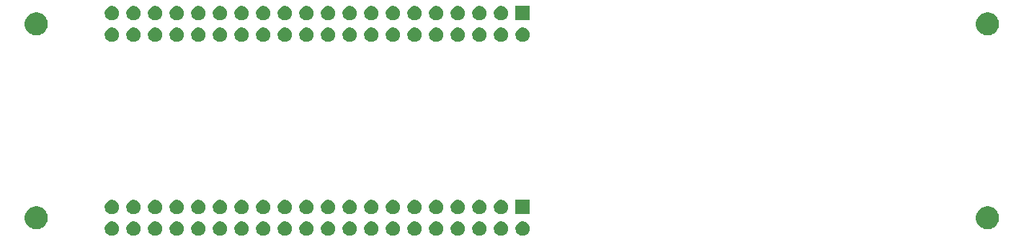
<source format=gbr>
G04 #@! TF.GenerationSoftware,KiCad,Pcbnew,5.1.6-c6e7f7d~87~ubuntu18.04.1*
G04 #@! TF.CreationDate,2020-12-02T03:09:43+01:00*
G04 #@! TF.ProjectId,zynthian_zynaptik,7a796e74-6869-4616-9e5f-7a796e617074,1.0*
G04 #@! TF.SameCoordinates,Original*
G04 #@! TF.FileFunction,Soldermask,Bot*
G04 #@! TF.FilePolarity,Negative*
%FSLAX46Y46*%
G04 Gerber Fmt 4.6, Leading zero omitted, Abs format (unit mm)*
G04 Created by KiCad (PCBNEW 5.1.6-c6e7f7d~87~ubuntu18.04.1) date 2020-12-02 03:09:43*
%MOMM*%
%LPD*%
G01*
G04 APERTURE LIST*
%ADD10C,0.100000*%
G04 APERTURE END LIST*
D10*
G36*
X118992935Y-128087664D02*
G01*
X119147624Y-128151739D01*
X119147626Y-128151740D01*
X119286844Y-128244762D01*
X119405238Y-128363156D01*
X119493716Y-128495574D01*
X119498261Y-128502376D01*
X119562336Y-128657065D01*
X119595000Y-128821281D01*
X119595000Y-128988719D01*
X119562336Y-129152935D01*
X119498261Y-129307624D01*
X119498260Y-129307626D01*
X119405238Y-129446844D01*
X119286844Y-129565238D01*
X119147626Y-129658260D01*
X119147625Y-129658261D01*
X119147624Y-129658261D01*
X118992935Y-129722336D01*
X118828719Y-129755000D01*
X118661281Y-129755000D01*
X118497065Y-129722336D01*
X118342376Y-129658261D01*
X118342375Y-129658261D01*
X118342374Y-129658260D01*
X118203156Y-129565238D01*
X118084762Y-129446844D01*
X117991740Y-129307626D01*
X117991739Y-129307624D01*
X117927664Y-129152935D01*
X117895000Y-128988719D01*
X117895000Y-128821281D01*
X117927664Y-128657065D01*
X117991739Y-128502376D01*
X117996284Y-128495574D01*
X118084762Y-128363156D01*
X118203156Y-128244762D01*
X118342374Y-128151740D01*
X118342376Y-128151739D01*
X118497065Y-128087664D01*
X118661281Y-128055000D01*
X118828719Y-128055000D01*
X118992935Y-128087664D01*
G37*
G36*
X93592935Y-128087664D02*
G01*
X93747624Y-128151739D01*
X93747626Y-128151740D01*
X93886844Y-128244762D01*
X94005238Y-128363156D01*
X94093716Y-128495574D01*
X94098261Y-128502376D01*
X94162336Y-128657065D01*
X94195000Y-128821281D01*
X94195000Y-128988719D01*
X94162336Y-129152935D01*
X94098261Y-129307624D01*
X94098260Y-129307626D01*
X94005238Y-129446844D01*
X93886844Y-129565238D01*
X93747626Y-129658260D01*
X93747625Y-129658261D01*
X93747624Y-129658261D01*
X93592935Y-129722336D01*
X93428719Y-129755000D01*
X93261281Y-129755000D01*
X93097065Y-129722336D01*
X92942376Y-129658261D01*
X92942375Y-129658261D01*
X92942374Y-129658260D01*
X92803156Y-129565238D01*
X92684762Y-129446844D01*
X92591740Y-129307626D01*
X92591739Y-129307624D01*
X92527664Y-129152935D01*
X92495000Y-128988719D01*
X92495000Y-128821281D01*
X92527664Y-128657065D01*
X92591739Y-128502376D01*
X92596284Y-128495574D01*
X92684762Y-128363156D01*
X92803156Y-128244762D01*
X92942374Y-128151740D01*
X92942376Y-128151739D01*
X93097065Y-128087664D01*
X93261281Y-128055000D01*
X93428719Y-128055000D01*
X93592935Y-128087664D01*
G37*
G36*
X70732935Y-128087664D02*
G01*
X70887624Y-128151739D01*
X70887626Y-128151740D01*
X71026844Y-128244762D01*
X71145238Y-128363156D01*
X71233716Y-128495574D01*
X71238261Y-128502376D01*
X71302336Y-128657065D01*
X71335000Y-128821281D01*
X71335000Y-128988719D01*
X71302336Y-129152935D01*
X71238261Y-129307624D01*
X71238260Y-129307626D01*
X71145238Y-129446844D01*
X71026844Y-129565238D01*
X70887626Y-129658260D01*
X70887625Y-129658261D01*
X70887624Y-129658261D01*
X70732935Y-129722336D01*
X70568719Y-129755000D01*
X70401281Y-129755000D01*
X70237065Y-129722336D01*
X70082376Y-129658261D01*
X70082375Y-129658261D01*
X70082374Y-129658260D01*
X69943156Y-129565238D01*
X69824762Y-129446844D01*
X69731740Y-129307626D01*
X69731739Y-129307624D01*
X69667664Y-129152935D01*
X69635000Y-128988719D01*
X69635000Y-128821281D01*
X69667664Y-128657065D01*
X69731739Y-128502376D01*
X69736284Y-128495574D01*
X69824762Y-128363156D01*
X69943156Y-128244762D01*
X70082374Y-128151740D01*
X70082376Y-128151739D01*
X70237065Y-128087664D01*
X70401281Y-128055000D01*
X70568719Y-128055000D01*
X70732935Y-128087664D01*
G37*
G36*
X73272935Y-128087664D02*
G01*
X73427624Y-128151739D01*
X73427626Y-128151740D01*
X73566844Y-128244762D01*
X73685238Y-128363156D01*
X73773716Y-128495574D01*
X73778261Y-128502376D01*
X73842336Y-128657065D01*
X73875000Y-128821281D01*
X73875000Y-128988719D01*
X73842336Y-129152935D01*
X73778261Y-129307624D01*
X73778260Y-129307626D01*
X73685238Y-129446844D01*
X73566844Y-129565238D01*
X73427626Y-129658260D01*
X73427625Y-129658261D01*
X73427624Y-129658261D01*
X73272935Y-129722336D01*
X73108719Y-129755000D01*
X72941281Y-129755000D01*
X72777065Y-129722336D01*
X72622376Y-129658261D01*
X72622375Y-129658261D01*
X72622374Y-129658260D01*
X72483156Y-129565238D01*
X72364762Y-129446844D01*
X72271740Y-129307626D01*
X72271739Y-129307624D01*
X72207664Y-129152935D01*
X72175000Y-128988719D01*
X72175000Y-128821281D01*
X72207664Y-128657065D01*
X72271739Y-128502376D01*
X72276284Y-128495574D01*
X72364762Y-128363156D01*
X72483156Y-128244762D01*
X72622374Y-128151740D01*
X72622376Y-128151739D01*
X72777065Y-128087664D01*
X72941281Y-128055000D01*
X73108719Y-128055000D01*
X73272935Y-128087664D01*
G37*
G36*
X75812935Y-128087664D02*
G01*
X75967624Y-128151739D01*
X75967626Y-128151740D01*
X76106844Y-128244762D01*
X76225238Y-128363156D01*
X76313716Y-128495574D01*
X76318261Y-128502376D01*
X76382336Y-128657065D01*
X76415000Y-128821281D01*
X76415000Y-128988719D01*
X76382336Y-129152935D01*
X76318261Y-129307624D01*
X76318260Y-129307626D01*
X76225238Y-129446844D01*
X76106844Y-129565238D01*
X75967626Y-129658260D01*
X75967625Y-129658261D01*
X75967624Y-129658261D01*
X75812935Y-129722336D01*
X75648719Y-129755000D01*
X75481281Y-129755000D01*
X75317065Y-129722336D01*
X75162376Y-129658261D01*
X75162375Y-129658261D01*
X75162374Y-129658260D01*
X75023156Y-129565238D01*
X74904762Y-129446844D01*
X74811740Y-129307626D01*
X74811739Y-129307624D01*
X74747664Y-129152935D01*
X74715000Y-128988719D01*
X74715000Y-128821281D01*
X74747664Y-128657065D01*
X74811739Y-128502376D01*
X74816284Y-128495574D01*
X74904762Y-128363156D01*
X75023156Y-128244762D01*
X75162374Y-128151740D01*
X75162376Y-128151739D01*
X75317065Y-128087664D01*
X75481281Y-128055000D01*
X75648719Y-128055000D01*
X75812935Y-128087664D01*
G37*
G36*
X78352935Y-128087664D02*
G01*
X78507624Y-128151739D01*
X78507626Y-128151740D01*
X78646844Y-128244762D01*
X78765238Y-128363156D01*
X78853716Y-128495574D01*
X78858261Y-128502376D01*
X78922336Y-128657065D01*
X78955000Y-128821281D01*
X78955000Y-128988719D01*
X78922336Y-129152935D01*
X78858261Y-129307624D01*
X78858260Y-129307626D01*
X78765238Y-129446844D01*
X78646844Y-129565238D01*
X78507626Y-129658260D01*
X78507625Y-129658261D01*
X78507624Y-129658261D01*
X78352935Y-129722336D01*
X78188719Y-129755000D01*
X78021281Y-129755000D01*
X77857065Y-129722336D01*
X77702376Y-129658261D01*
X77702375Y-129658261D01*
X77702374Y-129658260D01*
X77563156Y-129565238D01*
X77444762Y-129446844D01*
X77351740Y-129307626D01*
X77351739Y-129307624D01*
X77287664Y-129152935D01*
X77255000Y-128988719D01*
X77255000Y-128821281D01*
X77287664Y-128657065D01*
X77351739Y-128502376D01*
X77356284Y-128495574D01*
X77444762Y-128363156D01*
X77563156Y-128244762D01*
X77702374Y-128151740D01*
X77702376Y-128151739D01*
X77857065Y-128087664D01*
X78021281Y-128055000D01*
X78188719Y-128055000D01*
X78352935Y-128087664D01*
G37*
G36*
X80892935Y-128087664D02*
G01*
X81047624Y-128151739D01*
X81047626Y-128151740D01*
X81186844Y-128244762D01*
X81305238Y-128363156D01*
X81393716Y-128495574D01*
X81398261Y-128502376D01*
X81462336Y-128657065D01*
X81495000Y-128821281D01*
X81495000Y-128988719D01*
X81462336Y-129152935D01*
X81398261Y-129307624D01*
X81398260Y-129307626D01*
X81305238Y-129446844D01*
X81186844Y-129565238D01*
X81047626Y-129658260D01*
X81047625Y-129658261D01*
X81047624Y-129658261D01*
X80892935Y-129722336D01*
X80728719Y-129755000D01*
X80561281Y-129755000D01*
X80397065Y-129722336D01*
X80242376Y-129658261D01*
X80242375Y-129658261D01*
X80242374Y-129658260D01*
X80103156Y-129565238D01*
X79984762Y-129446844D01*
X79891740Y-129307626D01*
X79891739Y-129307624D01*
X79827664Y-129152935D01*
X79795000Y-128988719D01*
X79795000Y-128821281D01*
X79827664Y-128657065D01*
X79891739Y-128502376D01*
X79896284Y-128495574D01*
X79984762Y-128363156D01*
X80103156Y-128244762D01*
X80242374Y-128151740D01*
X80242376Y-128151739D01*
X80397065Y-128087664D01*
X80561281Y-128055000D01*
X80728719Y-128055000D01*
X80892935Y-128087664D01*
G37*
G36*
X83432935Y-128087664D02*
G01*
X83587624Y-128151739D01*
X83587626Y-128151740D01*
X83726844Y-128244762D01*
X83845238Y-128363156D01*
X83933716Y-128495574D01*
X83938261Y-128502376D01*
X84002336Y-128657065D01*
X84035000Y-128821281D01*
X84035000Y-128988719D01*
X84002336Y-129152935D01*
X83938261Y-129307624D01*
X83938260Y-129307626D01*
X83845238Y-129446844D01*
X83726844Y-129565238D01*
X83587626Y-129658260D01*
X83587625Y-129658261D01*
X83587624Y-129658261D01*
X83432935Y-129722336D01*
X83268719Y-129755000D01*
X83101281Y-129755000D01*
X82937065Y-129722336D01*
X82782376Y-129658261D01*
X82782375Y-129658261D01*
X82782374Y-129658260D01*
X82643156Y-129565238D01*
X82524762Y-129446844D01*
X82431740Y-129307626D01*
X82431739Y-129307624D01*
X82367664Y-129152935D01*
X82335000Y-128988719D01*
X82335000Y-128821281D01*
X82367664Y-128657065D01*
X82431739Y-128502376D01*
X82436284Y-128495574D01*
X82524762Y-128363156D01*
X82643156Y-128244762D01*
X82782374Y-128151740D01*
X82782376Y-128151739D01*
X82937065Y-128087664D01*
X83101281Y-128055000D01*
X83268719Y-128055000D01*
X83432935Y-128087664D01*
G37*
G36*
X85972935Y-128087664D02*
G01*
X86127624Y-128151739D01*
X86127626Y-128151740D01*
X86266844Y-128244762D01*
X86385238Y-128363156D01*
X86473716Y-128495574D01*
X86478261Y-128502376D01*
X86542336Y-128657065D01*
X86575000Y-128821281D01*
X86575000Y-128988719D01*
X86542336Y-129152935D01*
X86478261Y-129307624D01*
X86478260Y-129307626D01*
X86385238Y-129446844D01*
X86266844Y-129565238D01*
X86127626Y-129658260D01*
X86127625Y-129658261D01*
X86127624Y-129658261D01*
X85972935Y-129722336D01*
X85808719Y-129755000D01*
X85641281Y-129755000D01*
X85477065Y-129722336D01*
X85322376Y-129658261D01*
X85322375Y-129658261D01*
X85322374Y-129658260D01*
X85183156Y-129565238D01*
X85064762Y-129446844D01*
X84971740Y-129307626D01*
X84971739Y-129307624D01*
X84907664Y-129152935D01*
X84875000Y-128988719D01*
X84875000Y-128821281D01*
X84907664Y-128657065D01*
X84971739Y-128502376D01*
X84976284Y-128495574D01*
X85064762Y-128363156D01*
X85183156Y-128244762D01*
X85322374Y-128151740D01*
X85322376Y-128151739D01*
X85477065Y-128087664D01*
X85641281Y-128055000D01*
X85808719Y-128055000D01*
X85972935Y-128087664D01*
G37*
G36*
X88512935Y-128087664D02*
G01*
X88667624Y-128151739D01*
X88667626Y-128151740D01*
X88806844Y-128244762D01*
X88925238Y-128363156D01*
X89013716Y-128495574D01*
X89018261Y-128502376D01*
X89082336Y-128657065D01*
X89115000Y-128821281D01*
X89115000Y-128988719D01*
X89082336Y-129152935D01*
X89018261Y-129307624D01*
X89018260Y-129307626D01*
X88925238Y-129446844D01*
X88806844Y-129565238D01*
X88667626Y-129658260D01*
X88667625Y-129658261D01*
X88667624Y-129658261D01*
X88512935Y-129722336D01*
X88348719Y-129755000D01*
X88181281Y-129755000D01*
X88017065Y-129722336D01*
X87862376Y-129658261D01*
X87862375Y-129658261D01*
X87862374Y-129658260D01*
X87723156Y-129565238D01*
X87604762Y-129446844D01*
X87511740Y-129307626D01*
X87511739Y-129307624D01*
X87447664Y-129152935D01*
X87415000Y-128988719D01*
X87415000Y-128821281D01*
X87447664Y-128657065D01*
X87511739Y-128502376D01*
X87516284Y-128495574D01*
X87604762Y-128363156D01*
X87723156Y-128244762D01*
X87862374Y-128151740D01*
X87862376Y-128151739D01*
X88017065Y-128087664D01*
X88181281Y-128055000D01*
X88348719Y-128055000D01*
X88512935Y-128087664D01*
G37*
G36*
X91052935Y-128087664D02*
G01*
X91207624Y-128151739D01*
X91207626Y-128151740D01*
X91346844Y-128244762D01*
X91465238Y-128363156D01*
X91553716Y-128495574D01*
X91558261Y-128502376D01*
X91622336Y-128657065D01*
X91655000Y-128821281D01*
X91655000Y-128988719D01*
X91622336Y-129152935D01*
X91558261Y-129307624D01*
X91558260Y-129307626D01*
X91465238Y-129446844D01*
X91346844Y-129565238D01*
X91207626Y-129658260D01*
X91207625Y-129658261D01*
X91207624Y-129658261D01*
X91052935Y-129722336D01*
X90888719Y-129755000D01*
X90721281Y-129755000D01*
X90557065Y-129722336D01*
X90402376Y-129658261D01*
X90402375Y-129658261D01*
X90402374Y-129658260D01*
X90263156Y-129565238D01*
X90144762Y-129446844D01*
X90051740Y-129307626D01*
X90051739Y-129307624D01*
X89987664Y-129152935D01*
X89955000Y-128988719D01*
X89955000Y-128821281D01*
X89987664Y-128657065D01*
X90051739Y-128502376D01*
X90056284Y-128495574D01*
X90144762Y-128363156D01*
X90263156Y-128244762D01*
X90402374Y-128151740D01*
X90402376Y-128151739D01*
X90557065Y-128087664D01*
X90721281Y-128055000D01*
X90888719Y-128055000D01*
X91052935Y-128087664D01*
G37*
G36*
X98672935Y-128087664D02*
G01*
X98827624Y-128151739D01*
X98827626Y-128151740D01*
X98966844Y-128244762D01*
X99085238Y-128363156D01*
X99173716Y-128495574D01*
X99178261Y-128502376D01*
X99242336Y-128657065D01*
X99275000Y-128821281D01*
X99275000Y-128988719D01*
X99242336Y-129152935D01*
X99178261Y-129307624D01*
X99178260Y-129307626D01*
X99085238Y-129446844D01*
X98966844Y-129565238D01*
X98827626Y-129658260D01*
X98827625Y-129658261D01*
X98827624Y-129658261D01*
X98672935Y-129722336D01*
X98508719Y-129755000D01*
X98341281Y-129755000D01*
X98177065Y-129722336D01*
X98022376Y-129658261D01*
X98022375Y-129658261D01*
X98022374Y-129658260D01*
X97883156Y-129565238D01*
X97764762Y-129446844D01*
X97671740Y-129307626D01*
X97671739Y-129307624D01*
X97607664Y-129152935D01*
X97575000Y-128988719D01*
X97575000Y-128821281D01*
X97607664Y-128657065D01*
X97671739Y-128502376D01*
X97676284Y-128495574D01*
X97764762Y-128363156D01*
X97883156Y-128244762D01*
X98022374Y-128151740D01*
X98022376Y-128151739D01*
X98177065Y-128087664D01*
X98341281Y-128055000D01*
X98508719Y-128055000D01*
X98672935Y-128087664D01*
G37*
G36*
X101212935Y-128087664D02*
G01*
X101367624Y-128151739D01*
X101367626Y-128151740D01*
X101506844Y-128244762D01*
X101625238Y-128363156D01*
X101713716Y-128495574D01*
X101718261Y-128502376D01*
X101782336Y-128657065D01*
X101815000Y-128821281D01*
X101815000Y-128988719D01*
X101782336Y-129152935D01*
X101718261Y-129307624D01*
X101718260Y-129307626D01*
X101625238Y-129446844D01*
X101506844Y-129565238D01*
X101367626Y-129658260D01*
X101367625Y-129658261D01*
X101367624Y-129658261D01*
X101212935Y-129722336D01*
X101048719Y-129755000D01*
X100881281Y-129755000D01*
X100717065Y-129722336D01*
X100562376Y-129658261D01*
X100562375Y-129658261D01*
X100562374Y-129658260D01*
X100423156Y-129565238D01*
X100304762Y-129446844D01*
X100211740Y-129307626D01*
X100211739Y-129307624D01*
X100147664Y-129152935D01*
X100115000Y-128988719D01*
X100115000Y-128821281D01*
X100147664Y-128657065D01*
X100211739Y-128502376D01*
X100216284Y-128495574D01*
X100304762Y-128363156D01*
X100423156Y-128244762D01*
X100562374Y-128151740D01*
X100562376Y-128151739D01*
X100717065Y-128087664D01*
X100881281Y-128055000D01*
X101048719Y-128055000D01*
X101212935Y-128087664D01*
G37*
G36*
X103752935Y-128087664D02*
G01*
X103907624Y-128151739D01*
X103907626Y-128151740D01*
X104046844Y-128244762D01*
X104165238Y-128363156D01*
X104253716Y-128495574D01*
X104258261Y-128502376D01*
X104322336Y-128657065D01*
X104355000Y-128821281D01*
X104355000Y-128988719D01*
X104322336Y-129152935D01*
X104258261Y-129307624D01*
X104258260Y-129307626D01*
X104165238Y-129446844D01*
X104046844Y-129565238D01*
X103907626Y-129658260D01*
X103907625Y-129658261D01*
X103907624Y-129658261D01*
X103752935Y-129722336D01*
X103588719Y-129755000D01*
X103421281Y-129755000D01*
X103257065Y-129722336D01*
X103102376Y-129658261D01*
X103102375Y-129658261D01*
X103102374Y-129658260D01*
X102963156Y-129565238D01*
X102844762Y-129446844D01*
X102751740Y-129307626D01*
X102751739Y-129307624D01*
X102687664Y-129152935D01*
X102655000Y-128988719D01*
X102655000Y-128821281D01*
X102687664Y-128657065D01*
X102751739Y-128502376D01*
X102756284Y-128495574D01*
X102844762Y-128363156D01*
X102963156Y-128244762D01*
X103102374Y-128151740D01*
X103102376Y-128151739D01*
X103257065Y-128087664D01*
X103421281Y-128055000D01*
X103588719Y-128055000D01*
X103752935Y-128087664D01*
G37*
G36*
X106292935Y-128087664D02*
G01*
X106447624Y-128151739D01*
X106447626Y-128151740D01*
X106586844Y-128244762D01*
X106705238Y-128363156D01*
X106793716Y-128495574D01*
X106798261Y-128502376D01*
X106862336Y-128657065D01*
X106895000Y-128821281D01*
X106895000Y-128988719D01*
X106862336Y-129152935D01*
X106798261Y-129307624D01*
X106798260Y-129307626D01*
X106705238Y-129446844D01*
X106586844Y-129565238D01*
X106447626Y-129658260D01*
X106447625Y-129658261D01*
X106447624Y-129658261D01*
X106292935Y-129722336D01*
X106128719Y-129755000D01*
X105961281Y-129755000D01*
X105797065Y-129722336D01*
X105642376Y-129658261D01*
X105642375Y-129658261D01*
X105642374Y-129658260D01*
X105503156Y-129565238D01*
X105384762Y-129446844D01*
X105291740Y-129307626D01*
X105291739Y-129307624D01*
X105227664Y-129152935D01*
X105195000Y-128988719D01*
X105195000Y-128821281D01*
X105227664Y-128657065D01*
X105291739Y-128502376D01*
X105296284Y-128495574D01*
X105384762Y-128363156D01*
X105503156Y-128244762D01*
X105642374Y-128151740D01*
X105642376Y-128151739D01*
X105797065Y-128087664D01*
X105961281Y-128055000D01*
X106128719Y-128055000D01*
X106292935Y-128087664D01*
G37*
G36*
X108832935Y-128087664D02*
G01*
X108987624Y-128151739D01*
X108987626Y-128151740D01*
X109126844Y-128244762D01*
X109245238Y-128363156D01*
X109333716Y-128495574D01*
X109338261Y-128502376D01*
X109402336Y-128657065D01*
X109435000Y-128821281D01*
X109435000Y-128988719D01*
X109402336Y-129152935D01*
X109338261Y-129307624D01*
X109338260Y-129307626D01*
X109245238Y-129446844D01*
X109126844Y-129565238D01*
X108987626Y-129658260D01*
X108987625Y-129658261D01*
X108987624Y-129658261D01*
X108832935Y-129722336D01*
X108668719Y-129755000D01*
X108501281Y-129755000D01*
X108337065Y-129722336D01*
X108182376Y-129658261D01*
X108182375Y-129658261D01*
X108182374Y-129658260D01*
X108043156Y-129565238D01*
X107924762Y-129446844D01*
X107831740Y-129307626D01*
X107831739Y-129307624D01*
X107767664Y-129152935D01*
X107735000Y-128988719D01*
X107735000Y-128821281D01*
X107767664Y-128657065D01*
X107831739Y-128502376D01*
X107836284Y-128495574D01*
X107924762Y-128363156D01*
X108043156Y-128244762D01*
X108182374Y-128151740D01*
X108182376Y-128151739D01*
X108337065Y-128087664D01*
X108501281Y-128055000D01*
X108668719Y-128055000D01*
X108832935Y-128087664D01*
G37*
G36*
X111372935Y-128087664D02*
G01*
X111527624Y-128151739D01*
X111527626Y-128151740D01*
X111666844Y-128244762D01*
X111785238Y-128363156D01*
X111873716Y-128495574D01*
X111878261Y-128502376D01*
X111942336Y-128657065D01*
X111975000Y-128821281D01*
X111975000Y-128988719D01*
X111942336Y-129152935D01*
X111878261Y-129307624D01*
X111878260Y-129307626D01*
X111785238Y-129446844D01*
X111666844Y-129565238D01*
X111527626Y-129658260D01*
X111527625Y-129658261D01*
X111527624Y-129658261D01*
X111372935Y-129722336D01*
X111208719Y-129755000D01*
X111041281Y-129755000D01*
X110877065Y-129722336D01*
X110722376Y-129658261D01*
X110722375Y-129658261D01*
X110722374Y-129658260D01*
X110583156Y-129565238D01*
X110464762Y-129446844D01*
X110371740Y-129307626D01*
X110371739Y-129307624D01*
X110307664Y-129152935D01*
X110275000Y-128988719D01*
X110275000Y-128821281D01*
X110307664Y-128657065D01*
X110371739Y-128502376D01*
X110376284Y-128495574D01*
X110464762Y-128363156D01*
X110583156Y-128244762D01*
X110722374Y-128151740D01*
X110722376Y-128151739D01*
X110877065Y-128087664D01*
X111041281Y-128055000D01*
X111208719Y-128055000D01*
X111372935Y-128087664D01*
G37*
G36*
X113912935Y-128087664D02*
G01*
X114067624Y-128151739D01*
X114067626Y-128151740D01*
X114206844Y-128244762D01*
X114325238Y-128363156D01*
X114413716Y-128495574D01*
X114418261Y-128502376D01*
X114482336Y-128657065D01*
X114515000Y-128821281D01*
X114515000Y-128988719D01*
X114482336Y-129152935D01*
X114418261Y-129307624D01*
X114418260Y-129307626D01*
X114325238Y-129446844D01*
X114206844Y-129565238D01*
X114067626Y-129658260D01*
X114067625Y-129658261D01*
X114067624Y-129658261D01*
X113912935Y-129722336D01*
X113748719Y-129755000D01*
X113581281Y-129755000D01*
X113417065Y-129722336D01*
X113262376Y-129658261D01*
X113262375Y-129658261D01*
X113262374Y-129658260D01*
X113123156Y-129565238D01*
X113004762Y-129446844D01*
X112911740Y-129307626D01*
X112911739Y-129307624D01*
X112847664Y-129152935D01*
X112815000Y-128988719D01*
X112815000Y-128821281D01*
X112847664Y-128657065D01*
X112911739Y-128502376D01*
X112916284Y-128495574D01*
X113004762Y-128363156D01*
X113123156Y-128244762D01*
X113262374Y-128151740D01*
X113262376Y-128151739D01*
X113417065Y-128087664D01*
X113581281Y-128055000D01*
X113748719Y-128055000D01*
X113912935Y-128087664D01*
G37*
G36*
X116452935Y-128087664D02*
G01*
X116607624Y-128151739D01*
X116607626Y-128151740D01*
X116746844Y-128244762D01*
X116865238Y-128363156D01*
X116953716Y-128495574D01*
X116958261Y-128502376D01*
X117022336Y-128657065D01*
X117055000Y-128821281D01*
X117055000Y-128988719D01*
X117022336Y-129152935D01*
X116958261Y-129307624D01*
X116958260Y-129307626D01*
X116865238Y-129446844D01*
X116746844Y-129565238D01*
X116607626Y-129658260D01*
X116607625Y-129658261D01*
X116607624Y-129658261D01*
X116452935Y-129722336D01*
X116288719Y-129755000D01*
X116121281Y-129755000D01*
X115957065Y-129722336D01*
X115802376Y-129658261D01*
X115802375Y-129658261D01*
X115802374Y-129658260D01*
X115663156Y-129565238D01*
X115544762Y-129446844D01*
X115451740Y-129307626D01*
X115451739Y-129307624D01*
X115387664Y-129152935D01*
X115355000Y-128988719D01*
X115355000Y-128821281D01*
X115387664Y-128657065D01*
X115451739Y-128502376D01*
X115456284Y-128495574D01*
X115544762Y-128363156D01*
X115663156Y-128244762D01*
X115802374Y-128151740D01*
X115802376Y-128151739D01*
X115957065Y-128087664D01*
X116121281Y-128055000D01*
X116288719Y-128055000D01*
X116452935Y-128087664D01*
G37*
G36*
X96132935Y-128087664D02*
G01*
X96287624Y-128151739D01*
X96287626Y-128151740D01*
X96426844Y-128244762D01*
X96545238Y-128363156D01*
X96633716Y-128495574D01*
X96638261Y-128502376D01*
X96702336Y-128657065D01*
X96735000Y-128821281D01*
X96735000Y-128988719D01*
X96702336Y-129152935D01*
X96638261Y-129307624D01*
X96638260Y-129307626D01*
X96545238Y-129446844D01*
X96426844Y-129565238D01*
X96287626Y-129658260D01*
X96287625Y-129658261D01*
X96287624Y-129658261D01*
X96132935Y-129722336D01*
X95968719Y-129755000D01*
X95801281Y-129755000D01*
X95637065Y-129722336D01*
X95482376Y-129658261D01*
X95482375Y-129658261D01*
X95482374Y-129658260D01*
X95343156Y-129565238D01*
X95224762Y-129446844D01*
X95131740Y-129307626D01*
X95131739Y-129307624D01*
X95067664Y-129152935D01*
X95035000Y-128988719D01*
X95035000Y-128821281D01*
X95067664Y-128657065D01*
X95131739Y-128502376D01*
X95136284Y-128495574D01*
X95224762Y-128363156D01*
X95343156Y-128244762D01*
X95482374Y-128151740D01*
X95482376Y-128151739D01*
X95637065Y-128087664D01*
X95801281Y-128055000D01*
X95968719Y-128055000D01*
X96132935Y-128087664D01*
G37*
G36*
X173748779Y-126336879D02*
G01*
X173994463Y-126438645D01*
X173994465Y-126438646D01*
X174215575Y-126586387D01*
X174403613Y-126774425D01*
X174492093Y-126906844D01*
X174551355Y-126995537D01*
X174653121Y-127241221D01*
X174705000Y-127502035D01*
X174705000Y-127767965D01*
X174653121Y-128028779D01*
X174551355Y-128274463D01*
X174551354Y-128274465D01*
X174403613Y-128495575D01*
X174215575Y-128683613D01*
X173994465Y-128831354D01*
X173994464Y-128831355D01*
X173994463Y-128831355D01*
X173748779Y-128933121D01*
X173487965Y-128985000D01*
X173222035Y-128985000D01*
X172961221Y-128933121D01*
X172715537Y-128831355D01*
X172715536Y-128831355D01*
X172715535Y-128831354D01*
X172494425Y-128683613D01*
X172306387Y-128495575D01*
X172158646Y-128274465D01*
X172158645Y-128274463D01*
X172056879Y-128028779D01*
X172005000Y-127767965D01*
X172005000Y-127502035D01*
X172056879Y-127241221D01*
X172158645Y-126995537D01*
X172217908Y-126906844D01*
X172306387Y-126774425D01*
X172494425Y-126586387D01*
X172715535Y-126438646D01*
X172715537Y-126438645D01*
X172961221Y-126336879D01*
X173222035Y-126285000D01*
X173487965Y-126285000D01*
X173748779Y-126336879D01*
G37*
G36*
X61988779Y-126336879D02*
G01*
X62234463Y-126438645D01*
X62234465Y-126438646D01*
X62455575Y-126586387D01*
X62643613Y-126774425D01*
X62732093Y-126906844D01*
X62791355Y-126995537D01*
X62893121Y-127241221D01*
X62945000Y-127502035D01*
X62945000Y-127767965D01*
X62893121Y-128028779D01*
X62791355Y-128274463D01*
X62791354Y-128274465D01*
X62643613Y-128495575D01*
X62455575Y-128683613D01*
X62234465Y-128831354D01*
X62234464Y-128831355D01*
X62234463Y-128831355D01*
X61988779Y-128933121D01*
X61727965Y-128985000D01*
X61462035Y-128985000D01*
X61201221Y-128933121D01*
X60955537Y-128831355D01*
X60955536Y-128831355D01*
X60955535Y-128831354D01*
X60734425Y-128683613D01*
X60546387Y-128495575D01*
X60398646Y-128274465D01*
X60398645Y-128274463D01*
X60296879Y-128028779D01*
X60245000Y-127767965D01*
X60245000Y-127502035D01*
X60296879Y-127241221D01*
X60398645Y-126995537D01*
X60457908Y-126906844D01*
X60546387Y-126774425D01*
X60734425Y-126586387D01*
X60955535Y-126438646D01*
X60955537Y-126438645D01*
X61201221Y-126336879D01*
X61462035Y-126285000D01*
X61727965Y-126285000D01*
X61988779Y-126336879D01*
G37*
G36*
X73272935Y-125547664D02*
G01*
X73427624Y-125611739D01*
X73427626Y-125611740D01*
X73566844Y-125704762D01*
X73685238Y-125823156D01*
X73778260Y-125962374D01*
X73778261Y-125962376D01*
X73842336Y-126117065D01*
X73875000Y-126281281D01*
X73875000Y-126448719D01*
X73842336Y-126612935D01*
X73778261Y-126767624D01*
X73778260Y-126767626D01*
X73685238Y-126906844D01*
X73566844Y-127025238D01*
X73427626Y-127118260D01*
X73427625Y-127118261D01*
X73427624Y-127118261D01*
X73272935Y-127182336D01*
X73108719Y-127215000D01*
X72941281Y-127215000D01*
X72777065Y-127182336D01*
X72622376Y-127118261D01*
X72622375Y-127118261D01*
X72622374Y-127118260D01*
X72483156Y-127025238D01*
X72364762Y-126906844D01*
X72271740Y-126767626D01*
X72271739Y-126767624D01*
X72207664Y-126612935D01*
X72175000Y-126448719D01*
X72175000Y-126281281D01*
X72207664Y-126117065D01*
X72271739Y-125962376D01*
X72271740Y-125962374D01*
X72364762Y-125823156D01*
X72483156Y-125704762D01*
X72622374Y-125611740D01*
X72622376Y-125611739D01*
X72777065Y-125547664D01*
X72941281Y-125515000D01*
X73108719Y-125515000D01*
X73272935Y-125547664D01*
G37*
G36*
X96132935Y-125547664D02*
G01*
X96287624Y-125611739D01*
X96287626Y-125611740D01*
X96426844Y-125704762D01*
X96545238Y-125823156D01*
X96638260Y-125962374D01*
X96638261Y-125962376D01*
X96702336Y-126117065D01*
X96735000Y-126281281D01*
X96735000Y-126448719D01*
X96702336Y-126612935D01*
X96638261Y-126767624D01*
X96638260Y-126767626D01*
X96545238Y-126906844D01*
X96426844Y-127025238D01*
X96287626Y-127118260D01*
X96287625Y-127118261D01*
X96287624Y-127118261D01*
X96132935Y-127182336D01*
X95968719Y-127215000D01*
X95801281Y-127215000D01*
X95637065Y-127182336D01*
X95482376Y-127118261D01*
X95482375Y-127118261D01*
X95482374Y-127118260D01*
X95343156Y-127025238D01*
X95224762Y-126906844D01*
X95131740Y-126767626D01*
X95131739Y-126767624D01*
X95067664Y-126612935D01*
X95035000Y-126448719D01*
X95035000Y-126281281D01*
X95067664Y-126117065D01*
X95131739Y-125962376D01*
X95131740Y-125962374D01*
X95224762Y-125823156D01*
X95343156Y-125704762D01*
X95482374Y-125611740D01*
X95482376Y-125611739D01*
X95637065Y-125547664D01*
X95801281Y-125515000D01*
X95968719Y-125515000D01*
X96132935Y-125547664D01*
G37*
G36*
X91052935Y-125547664D02*
G01*
X91207624Y-125611739D01*
X91207626Y-125611740D01*
X91346844Y-125704762D01*
X91465238Y-125823156D01*
X91558260Y-125962374D01*
X91558261Y-125962376D01*
X91622336Y-126117065D01*
X91655000Y-126281281D01*
X91655000Y-126448719D01*
X91622336Y-126612935D01*
X91558261Y-126767624D01*
X91558260Y-126767626D01*
X91465238Y-126906844D01*
X91346844Y-127025238D01*
X91207626Y-127118260D01*
X91207625Y-127118261D01*
X91207624Y-127118261D01*
X91052935Y-127182336D01*
X90888719Y-127215000D01*
X90721281Y-127215000D01*
X90557065Y-127182336D01*
X90402376Y-127118261D01*
X90402375Y-127118261D01*
X90402374Y-127118260D01*
X90263156Y-127025238D01*
X90144762Y-126906844D01*
X90051740Y-126767626D01*
X90051739Y-126767624D01*
X89987664Y-126612935D01*
X89955000Y-126448719D01*
X89955000Y-126281281D01*
X89987664Y-126117065D01*
X90051739Y-125962376D01*
X90051740Y-125962374D01*
X90144762Y-125823156D01*
X90263156Y-125704762D01*
X90402374Y-125611740D01*
X90402376Y-125611739D01*
X90557065Y-125547664D01*
X90721281Y-125515000D01*
X90888719Y-125515000D01*
X91052935Y-125547664D01*
G37*
G36*
X98672935Y-125547664D02*
G01*
X98827624Y-125611739D01*
X98827626Y-125611740D01*
X98966844Y-125704762D01*
X99085238Y-125823156D01*
X99178260Y-125962374D01*
X99178261Y-125962376D01*
X99242336Y-126117065D01*
X99275000Y-126281281D01*
X99275000Y-126448719D01*
X99242336Y-126612935D01*
X99178261Y-126767624D01*
X99178260Y-126767626D01*
X99085238Y-126906844D01*
X98966844Y-127025238D01*
X98827626Y-127118260D01*
X98827625Y-127118261D01*
X98827624Y-127118261D01*
X98672935Y-127182336D01*
X98508719Y-127215000D01*
X98341281Y-127215000D01*
X98177065Y-127182336D01*
X98022376Y-127118261D01*
X98022375Y-127118261D01*
X98022374Y-127118260D01*
X97883156Y-127025238D01*
X97764762Y-126906844D01*
X97671740Y-126767626D01*
X97671739Y-126767624D01*
X97607664Y-126612935D01*
X97575000Y-126448719D01*
X97575000Y-126281281D01*
X97607664Y-126117065D01*
X97671739Y-125962376D01*
X97671740Y-125962374D01*
X97764762Y-125823156D01*
X97883156Y-125704762D01*
X98022374Y-125611740D01*
X98022376Y-125611739D01*
X98177065Y-125547664D01*
X98341281Y-125515000D01*
X98508719Y-125515000D01*
X98672935Y-125547664D01*
G37*
G36*
X88512935Y-125547664D02*
G01*
X88667624Y-125611739D01*
X88667626Y-125611740D01*
X88806844Y-125704762D01*
X88925238Y-125823156D01*
X89018260Y-125962374D01*
X89018261Y-125962376D01*
X89082336Y-126117065D01*
X89115000Y-126281281D01*
X89115000Y-126448719D01*
X89082336Y-126612935D01*
X89018261Y-126767624D01*
X89018260Y-126767626D01*
X88925238Y-126906844D01*
X88806844Y-127025238D01*
X88667626Y-127118260D01*
X88667625Y-127118261D01*
X88667624Y-127118261D01*
X88512935Y-127182336D01*
X88348719Y-127215000D01*
X88181281Y-127215000D01*
X88017065Y-127182336D01*
X87862376Y-127118261D01*
X87862375Y-127118261D01*
X87862374Y-127118260D01*
X87723156Y-127025238D01*
X87604762Y-126906844D01*
X87511740Y-126767626D01*
X87511739Y-126767624D01*
X87447664Y-126612935D01*
X87415000Y-126448719D01*
X87415000Y-126281281D01*
X87447664Y-126117065D01*
X87511739Y-125962376D01*
X87511740Y-125962374D01*
X87604762Y-125823156D01*
X87723156Y-125704762D01*
X87862374Y-125611740D01*
X87862376Y-125611739D01*
X88017065Y-125547664D01*
X88181281Y-125515000D01*
X88348719Y-125515000D01*
X88512935Y-125547664D01*
G37*
G36*
X101212935Y-125547664D02*
G01*
X101367624Y-125611739D01*
X101367626Y-125611740D01*
X101506844Y-125704762D01*
X101625238Y-125823156D01*
X101718260Y-125962374D01*
X101718261Y-125962376D01*
X101782336Y-126117065D01*
X101815000Y-126281281D01*
X101815000Y-126448719D01*
X101782336Y-126612935D01*
X101718261Y-126767624D01*
X101718260Y-126767626D01*
X101625238Y-126906844D01*
X101506844Y-127025238D01*
X101367626Y-127118260D01*
X101367625Y-127118261D01*
X101367624Y-127118261D01*
X101212935Y-127182336D01*
X101048719Y-127215000D01*
X100881281Y-127215000D01*
X100717065Y-127182336D01*
X100562376Y-127118261D01*
X100562375Y-127118261D01*
X100562374Y-127118260D01*
X100423156Y-127025238D01*
X100304762Y-126906844D01*
X100211740Y-126767626D01*
X100211739Y-126767624D01*
X100147664Y-126612935D01*
X100115000Y-126448719D01*
X100115000Y-126281281D01*
X100147664Y-126117065D01*
X100211739Y-125962376D01*
X100211740Y-125962374D01*
X100304762Y-125823156D01*
X100423156Y-125704762D01*
X100562374Y-125611740D01*
X100562376Y-125611739D01*
X100717065Y-125547664D01*
X100881281Y-125515000D01*
X101048719Y-125515000D01*
X101212935Y-125547664D01*
G37*
G36*
X85972935Y-125547664D02*
G01*
X86127624Y-125611739D01*
X86127626Y-125611740D01*
X86266844Y-125704762D01*
X86385238Y-125823156D01*
X86478260Y-125962374D01*
X86478261Y-125962376D01*
X86542336Y-126117065D01*
X86575000Y-126281281D01*
X86575000Y-126448719D01*
X86542336Y-126612935D01*
X86478261Y-126767624D01*
X86478260Y-126767626D01*
X86385238Y-126906844D01*
X86266844Y-127025238D01*
X86127626Y-127118260D01*
X86127625Y-127118261D01*
X86127624Y-127118261D01*
X85972935Y-127182336D01*
X85808719Y-127215000D01*
X85641281Y-127215000D01*
X85477065Y-127182336D01*
X85322376Y-127118261D01*
X85322375Y-127118261D01*
X85322374Y-127118260D01*
X85183156Y-127025238D01*
X85064762Y-126906844D01*
X84971740Y-126767626D01*
X84971739Y-126767624D01*
X84907664Y-126612935D01*
X84875000Y-126448719D01*
X84875000Y-126281281D01*
X84907664Y-126117065D01*
X84971739Y-125962376D01*
X84971740Y-125962374D01*
X85064762Y-125823156D01*
X85183156Y-125704762D01*
X85322374Y-125611740D01*
X85322376Y-125611739D01*
X85477065Y-125547664D01*
X85641281Y-125515000D01*
X85808719Y-125515000D01*
X85972935Y-125547664D01*
G37*
G36*
X103752935Y-125547664D02*
G01*
X103907624Y-125611739D01*
X103907626Y-125611740D01*
X104046844Y-125704762D01*
X104165238Y-125823156D01*
X104258260Y-125962374D01*
X104258261Y-125962376D01*
X104322336Y-126117065D01*
X104355000Y-126281281D01*
X104355000Y-126448719D01*
X104322336Y-126612935D01*
X104258261Y-126767624D01*
X104258260Y-126767626D01*
X104165238Y-126906844D01*
X104046844Y-127025238D01*
X103907626Y-127118260D01*
X103907625Y-127118261D01*
X103907624Y-127118261D01*
X103752935Y-127182336D01*
X103588719Y-127215000D01*
X103421281Y-127215000D01*
X103257065Y-127182336D01*
X103102376Y-127118261D01*
X103102375Y-127118261D01*
X103102374Y-127118260D01*
X102963156Y-127025238D01*
X102844762Y-126906844D01*
X102751740Y-126767626D01*
X102751739Y-126767624D01*
X102687664Y-126612935D01*
X102655000Y-126448719D01*
X102655000Y-126281281D01*
X102687664Y-126117065D01*
X102751739Y-125962376D01*
X102751740Y-125962374D01*
X102844762Y-125823156D01*
X102963156Y-125704762D01*
X103102374Y-125611740D01*
X103102376Y-125611739D01*
X103257065Y-125547664D01*
X103421281Y-125515000D01*
X103588719Y-125515000D01*
X103752935Y-125547664D01*
G37*
G36*
X83432935Y-125547664D02*
G01*
X83587624Y-125611739D01*
X83587626Y-125611740D01*
X83726844Y-125704762D01*
X83845238Y-125823156D01*
X83938260Y-125962374D01*
X83938261Y-125962376D01*
X84002336Y-126117065D01*
X84035000Y-126281281D01*
X84035000Y-126448719D01*
X84002336Y-126612935D01*
X83938261Y-126767624D01*
X83938260Y-126767626D01*
X83845238Y-126906844D01*
X83726844Y-127025238D01*
X83587626Y-127118260D01*
X83587625Y-127118261D01*
X83587624Y-127118261D01*
X83432935Y-127182336D01*
X83268719Y-127215000D01*
X83101281Y-127215000D01*
X82937065Y-127182336D01*
X82782376Y-127118261D01*
X82782375Y-127118261D01*
X82782374Y-127118260D01*
X82643156Y-127025238D01*
X82524762Y-126906844D01*
X82431740Y-126767626D01*
X82431739Y-126767624D01*
X82367664Y-126612935D01*
X82335000Y-126448719D01*
X82335000Y-126281281D01*
X82367664Y-126117065D01*
X82431739Y-125962376D01*
X82431740Y-125962374D01*
X82524762Y-125823156D01*
X82643156Y-125704762D01*
X82782374Y-125611740D01*
X82782376Y-125611739D01*
X82937065Y-125547664D01*
X83101281Y-125515000D01*
X83268719Y-125515000D01*
X83432935Y-125547664D01*
G37*
G36*
X106292935Y-125547664D02*
G01*
X106447624Y-125611739D01*
X106447626Y-125611740D01*
X106586844Y-125704762D01*
X106705238Y-125823156D01*
X106798260Y-125962374D01*
X106798261Y-125962376D01*
X106862336Y-126117065D01*
X106895000Y-126281281D01*
X106895000Y-126448719D01*
X106862336Y-126612935D01*
X106798261Y-126767624D01*
X106798260Y-126767626D01*
X106705238Y-126906844D01*
X106586844Y-127025238D01*
X106447626Y-127118260D01*
X106447625Y-127118261D01*
X106447624Y-127118261D01*
X106292935Y-127182336D01*
X106128719Y-127215000D01*
X105961281Y-127215000D01*
X105797065Y-127182336D01*
X105642376Y-127118261D01*
X105642375Y-127118261D01*
X105642374Y-127118260D01*
X105503156Y-127025238D01*
X105384762Y-126906844D01*
X105291740Y-126767626D01*
X105291739Y-126767624D01*
X105227664Y-126612935D01*
X105195000Y-126448719D01*
X105195000Y-126281281D01*
X105227664Y-126117065D01*
X105291739Y-125962376D01*
X105291740Y-125962374D01*
X105384762Y-125823156D01*
X105503156Y-125704762D01*
X105642374Y-125611740D01*
X105642376Y-125611739D01*
X105797065Y-125547664D01*
X105961281Y-125515000D01*
X106128719Y-125515000D01*
X106292935Y-125547664D01*
G37*
G36*
X93592935Y-125547664D02*
G01*
X93747624Y-125611739D01*
X93747626Y-125611740D01*
X93886844Y-125704762D01*
X94005238Y-125823156D01*
X94098260Y-125962374D01*
X94098261Y-125962376D01*
X94162336Y-126117065D01*
X94195000Y-126281281D01*
X94195000Y-126448719D01*
X94162336Y-126612935D01*
X94098261Y-126767624D01*
X94098260Y-126767626D01*
X94005238Y-126906844D01*
X93886844Y-127025238D01*
X93747626Y-127118260D01*
X93747625Y-127118261D01*
X93747624Y-127118261D01*
X93592935Y-127182336D01*
X93428719Y-127215000D01*
X93261281Y-127215000D01*
X93097065Y-127182336D01*
X92942376Y-127118261D01*
X92942375Y-127118261D01*
X92942374Y-127118260D01*
X92803156Y-127025238D01*
X92684762Y-126906844D01*
X92591740Y-126767626D01*
X92591739Y-126767624D01*
X92527664Y-126612935D01*
X92495000Y-126448719D01*
X92495000Y-126281281D01*
X92527664Y-126117065D01*
X92591739Y-125962376D01*
X92591740Y-125962374D01*
X92684762Y-125823156D01*
X92803156Y-125704762D01*
X92942374Y-125611740D01*
X92942376Y-125611739D01*
X93097065Y-125547664D01*
X93261281Y-125515000D01*
X93428719Y-125515000D01*
X93592935Y-125547664D01*
G37*
G36*
X108832935Y-125547664D02*
G01*
X108987624Y-125611739D01*
X108987626Y-125611740D01*
X109126844Y-125704762D01*
X109245238Y-125823156D01*
X109338260Y-125962374D01*
X109338261Y-125962376D01*
X109402336Y-126117065D01*
X109435000Y-126281281D01*
X109435000Y-126448719D01*
X109402336Y-126612935D01*
X109338261Y-126767624D01*
X109338260Y-126767626D01*
X109245238Y-126906844D01*
X109126844Y-127025238D01*
X108987626Y-127118260D01*
X108987625Y-127118261D01*
X108987624Y-127118261D01*
X108832935Y-127182336D01*
X108668719Y-127215000D01*
X108501281Y-127215000D01*
X108337065Y-127182336D01*
X108182376Y-127118261D01*
X108182375Y-127118261D01*
X108182374Y-127118260D01*
X108043156Y-127025238D01*
X107924762Y-126906844D01*
X107831740Y-126767626D01*
X107831739Y-126767624D01*
X107767664Y-126612935D01*
X107735000Y-126448719D01*
X107735000Y-126281281D01*
X107767664Y-126117065D01*
X107831739Y-125962376D01*
X107831740Y-125962374D01*
X107924762Y-125823156D01*
X108043156Y-125704762D01*
X108182374Y-125611740D01*
X108182376Y-125611739D01*
X108337065Y-125547664D01*
X108501281Y-125515000D01*
X108668719Y-125515000D01*
X108832935Y-125547664D01*
G37*
G36*
X119595000Y-127215000D02*
G01*
X117895000Y-127215000D01*
X117895000Y-125515000D01*
X119595000Y-125515000D01*
X119595000Y-127215000D01*
G37*
G36*
X70732935Y-125547664D02*
G01*
X70887624Y-125611739D01*
X70887626Y-125611740D01*
X71026844Y-125704762D01*
X71145238Y-125823156D01*
X71238260Y-125962374D01*
X71238261Y-125962376D01*
X71302336Y-126117065D01*
X71335000Y-126281281D01*
X71335000Y-126448719D01*
X71302336Y-126612935D01*
X71238261Y-126767624D01*
X71238260Y-126767626D01*
X71145238Y-126906844D01*
X71026844Y-127025238D01*
X70887626Y-127118260D01*
X70887625Y-127118261D01*
X70887624Y-127118261D01*
X70732935Y-127182336D01*
X70568719Y-127215000D01*
X70401281Y-127215000D01*
X70237065Y-127182336D01*
X70082376Y-127118261D01*
X70082375Y-127118261D01*
X70082374Y-127118260D01*
X69943156Y-127025238D01*
X69824762Y-126906844D01*
X69731740Y-126767626D01*
X69731739Y-126767624D01*
X69667664Y-126612935D01*
X69635000Y-126448719D01*
X69635000Y-126281281D01*
X69667664Y-126117065D01*
X69731739Y-125962376D01*
X69731740Y-125962374D01*
X69824762Y-125823156D01*
X69943156Y-125704762D01*
X70082374Y-125611740D01*
X70082376Y-125611739D01*
X70237065Y-125547664D01*
X70401281Y-125515000D01*
X70568719Y-125515000D01*
X70732935Y-125547664D01*
G37*
G36*
X116452935Y-125547664D02*
G01*
X116607624Y-125611739D01*
X116607626Y-125611740D01*
X116746844Y-125704762D01*
X116865238Y-125823156D01*
X116958260Y-125962374D01*
X116958261Y-125962376D01*
X117022336Y-126117065D01*
X117055000Y-126281281D01*
X117055000Y-126448719D01*
X117022336Y-126612935D01*
X116958261Y-126767624D01*
X116958260Y-126767626D01*
X116865238Y-126906844D01*
X116746844Y-127025238D01*
X116607626Y-127118260D01*
X116607625Y-127118261D01*
X116607624Y-127118261D01*
X116452935Y-127182336D01*
X116288719Y-127215000D01*
X116121281Y-127215000D01*
X115957065Y-127182336D01*
X115802376Y-127118261D01*
X115802375Y-127118261D01*
X115802374Y-127118260D01*
X115663156Y-127025238D01*
X115544762Y-126906844D01*
X115451740Y-126767626D01*
X115451739Y-126767624D01*
X115387664Y-126612935D01*
X115355000Y-126448719D01*
X115355000Y-126281281D01*
X115387664Y-126117065D01*
X115451739Y-125962376D01*
X115451740Y-125962374D01*
X115544762Y-125823156D01*
X115663156Y-125704762D01*
X115802374Y-125611740D01*
X115802376Y-125611739D01*
X115957065Y-125547664D01*
X116121281Y-125515000D01*
X116288719Y-125515000D01*
X116452935Y-125547664D01*
G37*
G36*
X113912935Y-125547664D02*
G01*
X114067624Y-125611739D01*
X114067626Y-125611740D01*
X114206844Y-125704762D01*
X114325238Y-125823156D01*
X114418260Y-125962374D01*
X114418261Y-125962376D01*
X114482336Y-126117065D01*
X114515000Y-126281281D01*
X114515000Y-126448719D01*
X114482336Y-126612935D01*
X114418261Y-126767624D01*
X114418260Y-126767626D01*
X114325238Y-126906844D01*
X114206844Y-127025238D01*
X114067626Y-127118260D01*
X114067625Y-127118261D01*
X114067624Y-127118261D01*
X113912935Y-127182336D01*
X113748719Y-127215000D01*
X113581281Y-127215000D01*
X113417065Y-127182336D01*
X113262376Y-127118261D01*
X113262375Y-127118261D01*
X113262374Y-127118260D01*
X113123156Y-127025238D01*
X113004762Y-126906844D01*
X112911740Y-126767626D01*
X112911739Y-126767624D01*
X112847664Y-126612935D01*
X112815000Y-126448719D01*
X112815000Y-126281281D01*
X112847664Y-126117065D01*
X112911739Y-125962376D01*
X112911740Y-125962374D01*
X113004762Y-125823156D01*
X113123156Y-125704762D01*
X113262374Y-125611740D01*
X113262376Y-125611739D01*
X113417065Y-125547664D01*
X113581281Y-125515000D01*
X113748719Y-125515000D01*
X113912935Y-125547664D01*
G37*
G36*
X75812935Y-125547664D02*
G01*
X75967624Y-125611739D01*
X75967626Y-125611740D01*
X76106844Y-125704762D01*
X76225238Y-125823156D01*
X76318260Y-125962374D01*
X76318261Y-125962376D01*
X76382336Y-126117065D01*
X76415000Y-126281281D01*
X76415000Y-126448719D01*
X76382336Y-126612935D01*
X76318261Y-126767624D01*
X76318260Y-126767626D01*
X76225238Y-126906844D01*
X76106844Y-127025238D01*
X75967626Y-127118260D01*
X75967625Y-127118261D01*
X75967624Y-127118261D01*
X75812935Y-127182336D01*
X75648719Y-127215000D01*
X75481281Y-127215000D01*
X75317065Y-127182336D01*
X75162376Y-127118261D01*
X75162375Y-127118261D01*
X75162374Y-127118260D01*
X75023156Y-127025238D01*
X74904762Y-126906844D01*
X74811740Y-126767626D01*
X74811739Y-126767624D01*
X74747664Y-126612935D01*
X74715000Y-126448719D01*
X74715000Y-126281281D01*
X74747664Y-126117065D01*
X74811739Y-125962376D01*
X74811740Y-125962374D01*
X74904762Y-125823156D01*
X75023156Y-125704762D01*
X75162374Y-125611740D01*
X75162376Y-125611739D01*
X75317065Y-125547664D01*
X75481281Y-125515000D01*
X75648719Y-125515000D01*
X75812935Y-125547664D01*
G37*
G36*
X111372935Y-125547664D02*
G01*
X111527624Y-125611739D01*
X111527626Y-125611740D01*
X111666844Y-125704762D01*
X111785238Y-125823156D01*
X111878260Y-125962374D01*
X111878261Y-125962376D01*
X111942336Y-126117065D01*
X111975000Y-126281281D01*
X111975000Y-126448719D01*
X111942336Y-126612935D01*
X111878261Y-126767624D01*
X111878260Y-126767626D01*
X111785238Y-126906844D01*
X111666844Y-127025238D01*
X111527626Y-127118260D01*
X111527625Y-127118261D01*
X111527624Y-127118261D01*
X111372935Y-127182336D01*
X111208719Y-127215000D01*
X111041281Y-127215000D01*
X110877065Y-127182336D01*
X110722376Y-127118261D01*
X110722375Y-127118261D01*
X110722374Y-127118260D01*
X110583156Y-127025238D01*
X110464762Y-126906844D01*
X110371740Y-126767626D01*
X110371739Y-126767624D01*
X110307664Y-126612935D01*
X110275000Y-126448719D01*
X110275000Y-126281281D01*
X110307664Y-126117065D01*
X110371739Y-125962376D01*
X110371740Y-125962374D01*
X110464762Y-125823156D01*
X110583156Y-125704762D01*
X110722374Y-125611740D01*
X110722376Y-125611739D01*
X110877065Y-125547664D01*
X111041281Y-125515000D01*
X111208719Y-125515000D01*
X111372935Y-125547664D01*
G37*
G36*
X78352935Y-125547664D02*
G01*
X78507624Y-125611739D01*
X78507626Y-125611740D01*
X78646844Y-125704762D01*
X78765238Y-125823156D01*
X78858260Y-125962374D01*
X78858261Y-125962376D01*
X78922336Y-126117065D01*
X78955000Y-126281281D01*
X78955000Y-126448719D01*
X78922336Y-126612935D01*
X78858261Y-126767624D01*
X78858260Y-126767626D01*
X78765238Y-126906844D01*
X78646844Y-127025238D01*
X78507626Y-127118260D01*
X78507625Y-127118261D01*
X78507624Y-127118261D01*
X78352935Y-127182336D01*
X78188719Y-127215000D01*
X78021281Y-127215000D01*
X77857065Y-127182336D01*
X77702376Y-127118261D01*
X77702375Y-127118261D01*
X77702374Y-127118260D01*
X77563156Y-127025238D01*
X77444762Y-126906844D01*
X77351740Y-126767626D01*
X77351739Y-126767624D01*
X77287664Y-126612935D01*
X77255000Y-126448719D01*
X77255000Y-126281281D01*
X77287664Y-126117065D01*
X77351739Y-125962376D01*
X77351740Y-125962374D01*
X77444762Y-125823156D01*
X77563156Y-125704762D01*
X77702374Y-125611740D01*
X77702376Y-125611739D01*
X77857065Y-125547664D01*
X78021281Y-125515000D01*
X78188719Y-125515000D01*
X78352935Y-125547664D01*
G37*
G36*
X80892935Y-125547664D02*
G01*
X81047624Y-125611739D01*
X81047626Y-125611740D01*
X81186844Y-125704762D01*
X81305238Y-125823156D01*
X81398260Y-125962374D01*
X81398261Y-125962376D01*
X81462336Y-126117065D01*
X81495000Y-126281281D01*
X81495000Y-126448719D01*
X81462336Y-126612935D01*
X81398261Y-126767624D01*
X81398260Y-126767626D01*
X81305238Y-126906844D01*
X81186844Y-127025238D01*
X81047626Y-127118260D01*
X81047625Y-127118261D01*
X81047624Y-127118261D01*
X80892935Y-127182336D01*
X80728719Y-127215000D01*
X80561281Y-127215000D01*
X80397065Y-127182336D01*
X80242376Y-127118261D01*
X80242375Y-127118261D01*
X80242374Y-127118260D01*
X80103156Y-127025238D01*
X79984762Y-126906844D01*
X79891740Y-126767626D01*
X79891739Y-126767624D01*
X79827664Y-126612935D01*
X79795000Y-126448719D01*
X79795000Y-126281281D01*
X79827664Y-126117065D01*
X79891739Y-125962376D01*
X79891740Y-125962374D01*
X79984762Y-125823156D01*
X80103156Y-125704762D01*
X80242374Y-125611740D01*
X80242376Y-125611739D01*
X80397065Y-125547664D01*
X80561281Y-125515000D01*
X80728719Y-125515000D01*
X80892935Y-125547664D01*
G37*
G36*
X83432935Y-105227664D02*
G01*
X83587624Y-105291739D01*
X83587626Y-105291740D01*
X83726844Y-105384762D01*
X83845238Y-105503156D01*
X83933716Y-105635574D01*
X83938261Y-105642376D01*
X84002336Y-105797065D01*
X84035000Y-105961281D01*
X84035000Y-106128719D01*
X84002336Y-106292935D01*
X83938261Y-106447624D01*
X83938260Y-106447626D01*
X83845238Y-106586844D01*
X83726844Y-106705238D01*
X83587626Y-106798260D01*
X83587625Y-106798261D01*
X83587624Y-106798261D01*
X83432935Y-106862336D01*
X83268719Y-106895000D01*
X83101281Y-106895000D01*
X82937065Y-106862336D01*
X82782376Y-106798261D01*
X82782375Y-106798261D01*
X82782374Y-106798260D01*
X82643156Y-106705238D01*
X82524762Y-106586844D01*
X82431740Y-106447626D01*
X82431739Y-106447624D01*
X82367664Y-106292935D01*
X82335000Y-106128719D01*
X82335000Y-105961281D01*
X82367664Y-105797065D01*
X82431739Y-105642376D01*
X82436284Y-105635574D01*
X82524762Y-105503156D01*
X82643156Y-105384762D01*
X82782374Y-105291740D01*
X82782376Y-105291739D01*
X82937065Y-105227664D01*
X83101281Y-105195000D01*
X83268719Y-105195000D01*
X83432935Y-105227664D01*
G37*
G36*
X98672935Y-105227664D02*
G01*
X98827624Y-105291739D01*
X98827626Y-105291740D01*
X98966844Y-105384762D01*
X99085238Y-105503156D01*
X99173716Y-105635574D01*
X99178261Y-105642376D01*
X99242336Y-105797065D01*
X99275000Y-105961281D01*
X99275000Y-106128719D01*
X99242336Y-106292935D01*
X99178261Y-106447624D01*
X99178260Y-106447626D01*
X99085238Y-106586844D01*
X98966844Y-106705238D01*
X98827626Y-106798260D01*
X98827625Y-106798261D01*
X98827624Y-106798261D01*
X98672935Y-106862336D01*
X98508719Y-106895000D01*
X98341281Y-106895000D01*
X98177065Y-106862336D01*
X98022376Y-106798261D01*
X98022375Y-106798261D01*
X98022374Y-106798260D01*
X97883156Y-106705238D01*
X97764762Y-106586844D01*
X97671740Y-106447626D01*
X97671739Y-106447624D01*
X97607664Y-106292935D01*
X97575000Y-106128719D01*
X97575000Y-105961281D01*
X97607664Y-105797065D01*
X97671739Y-105642376D01*
X97676284Y-105635574D01*
X97764762Y-105503156D01*
X97883156Y-105384762D01*
X98022374Y-105291740D01*
X98022376Y-105291739D01*
X98177065Y-105227664D01*
X98341281Y-105195000D01*
X98508719Y-105195000D01*
X98672935Y-105227664D01*
G37*
G36*
X96132935Y-105227664D02*
G01*
X96287624Y-105291739D01*
X96287626Y-105291740D01*
X96426844Y-105384762D01*
X96545238Y-105503156D01*
X96633716Y-105635574D01*
X96638261Y-105642376D01*
X96702336Y-105797065D01*
X96735000Y-105961281D01*
X96735000Y-106128719D01*
X96702336Y-106292935D01*
X96638261Y-106447624D01*
X96638260Y-106447626D01*
X96545238Y-106586844D01*
X96426844Y-106705238D01*
X96287626Y-106798260D01*
X96287625Y-106798261D01*
X96287624Y-106798261D01*
X96132935Y-106862336D01*
X95968719Y-106895000D01*
X95801281Y-106895000D01*
X95637065Y-106862336D01*
X95482376Y-106798261D01*
X95482375Y-106798261D01*
X95482374Y-106798260D01*
X95343156Y-106705238D01*
X95224762Y-106586844D01*
X95131740Y-106447626D01*
X95131739Y-106447624D01*
X95067664Y-106292935D01*
X95035000Y-106128719D01*
X95035000Y-105961281D01*
X95067664Y-105797065D01*
X95131739Y-105642376D01*
X95136284Y-105635574D01*
X95224762Y-105503156D01*
X95343156Y-105384762D01*
X95482374Y-105291740D01*
X95482376Y-105291739D01*
X95637065Y-105227664D01*
X95801281Y-105195000D01*
X95968719Y-105195000D01*
X96132935Y-105227664D01*
G37*
G36*
X93592935Y-105227664D02*
G01*
X93747624Y-105291739D01*
X93747626Y-105291740D01*
X93886844Y-105384762D01*
X94005238Y-105503156D01*
X94093716Y-105635574D01*
X94098261Y-105642376D01*
X94162336Y-105797065D01*
X94195000Y-105961281D01*
X94195000Y-106128719D01*
X94162336Y-106292935D01*
X94098261Y-106447624D01*
X94098260Y-106447626D01*
X94005238Y-106586844D01*
X93886844Y-106705238D01*
X93747626Y-106798260D01*
X93747625Y-106798261D01*
X93747624Y-106798261D01*
X93592935Y-106862336D01*
X93428719Y-106895000D01*
X93261281Y-106895000D01*
X93097065Y-106862336D01*
X92942376Y-106798261D01*
X92942375Y-106798261D01*
X92942374Y-106798260D01*
X92803156Y-106705238D01*
X92684762Y-106586844D01*
X92591740Y-106447626D01*
X92591739Y-106447624D01*
X92527664Y-106292935D01*
X92495000Y-106128719D01*
X92495000Y-105961281D01*
X92527664Y-105797065D01*
X92591739Y-105642376D01*
X92596284Y-105635574D01*
X92684762Y-105503156D01*
X92803156Y-105384762D01*
X92942374Y-105291740D01*
X92942376Y-105291739D01*
X93097065Y-105227664D01*
X93261281Y-105195000D01*
X93428719Y-105195000D01*
X93592935Y-105227664D01*
G37*
G36*
X91052935Y-105227664D02*
G01*
X91207624Y-105291739D01*
X91207626Y-105291740D01*
X91346844Y-105384762D01*
X91465238Y-105503156D01*
X91553716Y-105635574D01*
X91558261Y-105642376D01*
X91622336Y-105797065D01*
X91655000Y-105961281D01*
X91655000Y-106128719D01*
X91622336Y-106292935D01*
X91558261Y-106447624D01*
X91558260Y-106447626D01*
X91465238Y-106586844D01*
X91346844Y-106705238D01*
X91207626Y-106798260D01*
X91207625Y-106798261D01*
X91207624Y-106798261D01*
X91052935Y-106862336D01*
X90888719Y-106895000D01*
X90721281Y-106895000D01*
X90557065Y-106862336D01*
X90402376Y-106798261D01*
X90402375Y-106798261D01*
X90402374Y-106798260D01*
X90263156Y-106705238D01*
X90144762Y-106586844D01*
X90051740Y-106447626D01*
X90051739Y-106447624D01*
X89987664Y-106292935D01*
X89955000Y-106128719D01*
X89955000Y-105961281D01*
X89987664Y-105797065D01*
X90051739Y-105642376D01*
X90056284Y-105635574D01*
X90144762Y-105503156D01*
X90263156Y-105384762D01*
X90402374Y-105291740D01*
X90402376Y-105291739D01*
X90557065Y-105227664D01*
X90721281Y-105195000D01*
X90888719Y-105195000D01*
X91052935Y-105227664D01*
G37*
G36*
X88512935Y-105227664D02*
G01*
X88667624Y-105291739D01*
X88667626Y-105291740D01*
X88806844Y-105384762D01*
X88925238Y-105503156D01*
X89013716Y-105635574D01*
X89018261Y-105642376D01*
X89082336Y-105797065D01*
X89115000Y-105961281D01*
X89115000Y-106128719D01*
X89082336Y-106292935D01*
X89018261Y-106447624D01*
X89018260Y-106447626D01*
X88925238Y-106586844D01*
X88806844Y-106705238D01*
X88667626Y-106798260D01*
X88667625Y-106798261D01*
X88667624Y-106798261D01*
X88512935Y-106862336D01*
X88348719Y-106895000D01*
X88181281Y-106895000D01*
X88017065Y-106862336D01*
X87862376Y-106798261D01*
X87862375Y-106798261D01*
X87862374Y-106798260D01*
X87723156Y-106705238D01*
X87604762Y-106586844D01*
X87511740Y-106447626D01*
X87511739Y-106447624D01*
X87447664Y-106292935D01*
X87415000Y-106128719D01*
X87415000Y-105961281D01*
X87447664Y-105797065D01*
X87511739Y-105642376D01*
X87516284Y-105635574D01*
X87604762Y-105503156D01*
X87723156Y-105384762D01*
X87862374Y-105291740D01*
X87862376Y-105291739D01*
X88017065Y-105227664D01*
X88181281Y-105195000D01*
X88348719Y-105195000D01*
X88512935Y-105227664D01*
G37*
G36*
X85972935Y-105227664D02*
G01*
X86127624Y-105291739D01*
X86127626Y-105291740D01*
X86266844Y-105384762D01*
X86385238Y-105503156D01*
X86473716Y-105635574D01*
X86478261Y-105642376D01*
X86542336Y-105797065D01*
X86575000Y-105961281D01*
X86575000Y-106128719D01*
X86542336Y-106292935D01*
X86478261Y-106447624D01*
X86478260Y-106447626D01*
X86385238Y-106586844D01*
X86266844Y-106705238D01*
X86127626Y-106798260D01*
X86127625Y-106798261D01*
X86127624Y-106798261D01*
X85972935Y-106862336D01*
X85808719Y-106895000D01*
X85641281Y-106895000D01*
X85477065Y-106862336D01*
X85322376Y-106798261D01*
X85322375Y-106798261D01*
X85322374Y-106798260D01*
X85183156Y-106705238D01*
X85064762Y-106586844D01*
X84971740Y-106447626D01*
X84971739Y-106447624D01*
X84907664Y-106292935D01*
X84875000Y-106128719D01*
X84875000Y-105961281D01*
X84907664Y-105797065D01*
X84971739Y-105642376D01*
X84976284Y-105635574D01*
X85064762Y-105503156D01*
X85183156Y-105384762D01*
X85322374Y-105291740D01*
X85322376Y-105291739D01*
X85477065Y-105227664D01*
X85641281Y-105195000D01*
X85808719Y-105195000D01*
X85972935Y-105227664D01*
G37*
G36*
X101212935Y-105227664D02*
G01*
X101367624Y-105291739D01*
X101367626Y-105291740D01*
X101506844Y-105384762D01*
X101625238Y-105503156D01*
X101713716Y-105635574D01*
X101718261Y-105642376D01*
X101782336Y-105797065D01*
X101815000Y-105961281D01*
X101815000Y-106128719D01*
X101782336Y-106292935D01*
X101718261Y-106447624D01*
X101718260Y-106447626D01*
X101625238Y-106586844D01*
X101506844Y-106705238D01*
X101367626Y-106798260D01*
X101367625Y-106798261D01*
X101367624Y-106798261D01*
X101212935Y-106862336D01*
X101048719Y-106895000D01*
X100881281Y-106895000D01*
X100717065Y-106862336D01*
X100562376Y-106798261D01*
X100562375Y-106798261D01*
X100562374Y-106798260D01*
X100423156Y-106705238D01*
X100304762Y-106586844D01*
X100211740Y-106447626D01*
X100211739Y-106447624D01*
X100147664Y-106292935D01*
X100115000Y-106128719D01*
X100115000Y-105961281D01*
X100147664Y-105797065D01*
X100211739Y-105642376D01*
X100216284Y-105635574D01*
X100304762Y-105503156D01*
X100423156Y-105384762D01*
X100562374Y-105291740D01*
X100562376Y-105291739D01*
X100717065Y-105227664D01*
X100881281Y-105195000D01*
X101048719Y-105195000D01*
X101212935Y-105227664D01*
G37*
G36*
X106292935Y-105227664D02*
G01*
X106447624Y-105291739D01*
X106447626Y-105291740D01*
X106586844Y-105384762D01*
X106705238Y-105503156D01*
X106793716Y-105635574D01*
X106798261Y-105642376D01*
X106862336Y-105797065D01*
X106895000Y-105961281D01*
X106895000Y-106128719D01*
X106862336Y-106292935D01*
X106798261Y-106447624D01*
X106798260Y-106447626D01*
X106705238Y-106586844D01*
X106586844Y-106705238D01*
X106447626Y-106798260D01*
X106447625Y-106798261D01*
X106447624Y-106798261D01*
X106292935Y-106862336D01*
X106128719Y-106895000D01*
X105961281Y-106895000D01*
X105797065Y-106862336D01*
X105642376Y-106798261D01*
X105642375Y-106798261D01*
X105642374Y-106798260D01*
X105503156Y-106705238D01*
X105384762Y-106586844D01*
X105291740Y-106447626D01*
X105291739Y-106447624D01*
X105227664Y-106292935D01*
X105195000Y-106128719D01*
X105195000Y-105961281D01*
X105227664Y-105797065D01*
X105291739Y-105642376D01*
X105296284Y-105635574D01*
X105384762Y-105503156D01*
X105503156Y-105384762D01*
X105642374Y-105291740D01*
X105642376Y-105291739D01*
X105797065Y-105227664D01*
X105961281Y-105195000D01*
X106128719Y-105195000D01*
X106292935Y-105227664D01*
G37*
G36*
X103752935Y-105227664D02*
G01*
X103907624Y-105291739D01*
X103907626Y-105291740D01*
X104046844Y-105384762D01*
X104165238Y-105503156D01*
X104253716Y-105635574D01*
X104258261Y-105642376D01*
X104322336Y-105797065D01*
X104355000Y-105961281D01*
X104355000Y-106128719D01*
X104322336Y-106292935D01*
X104258261Y-106447624D01*
X104258260Y-106447626D01*
X104165238Y-106586844D01*
X104046844Y-106705238D01*
X103907626Y-106798260D01*
X103907625Y-106798261D01*
X103907624Y-106798261D01*
X103752935Y-106862336D01*
X103588719Y-106895000D01*
X103421281Y-106895000D01*
X103257065Y-106862336D01*
X103102376Y-106798261D01*
X103102375Y-106798261D01*
X103102374Y-106798260D01*
X102963156Y-106705238D01*
X102844762Y-106586844D01*
X102751740Y-106447626D01*
X102751739Y-106447624D01*
X102687664Y-106292935D01*
X102655000Y-106128719D01*
X102655000Y-105961281D01*
X102687664Y-105797065D01*
X102751739Y-105642376D01*
X102756284Y-105635574D01*
X102844762Y-105503156D01*
X102963156Y-105384762D01*
X103102374Y-105291740D01*
X103102376Y-105291739D01*
X103257065Y-105227664D01*
X103421281Y-105195000D01*
X103588719Y-105195000D01*
X103752935Y-105227664D01*
G37*
G36*
X111372935Y-105227664D02*
G01*
X111527624Y-105291739D01*
X111527626Y-105291740D01*
X111666844Y-105384762D01*
X111785238Y-105503156D01*
X111873716Y-105635574D01*
X111878261Y-105642376D01*
X111942336Y-105797065D01*
X111975000Y-105961281D01*
X111975000Y-106128719D01*
X111942336Y-106292935D01*
X111878261Y-106447624D01*
X111878260Y-106447626D01*
X111785238Y-106586844D01*
X111666844Y-106705238D01*
X111527626Y-106798260D01*
X111527625Y-106798261D01*
X111527624Y-106798261D01*
X111372935Y-106862336D01*
X111208719Y-106895000D01*
X111041281Y-106895000D01*
X110877065Y-106862336D01*
X110722376Y-106798261D01*
X110722375Y-106798261D01*
X110722374Y-106798260D01*
X110583156Y-106705238D01*
X110464762Y-106586844D01*
X110371740Y-106447626D01*
X110371739Y-106447624D01*
X110307664Y-106292935D01*
X110275000Y-106128719D01*
X110275000Y-105961281D01*
X110307664Y-105797065D01*
X110371739Y-105642376D01*
X110376284Y-105635574D01*
X110464762Y-105503156D01*
X110583156Y-105384762D01*
X110722374Y-105291740D01*
X110722376Y-105291739D01*
X110877065Y-105227664D01*
X111041281Y-105195000D01*
X111208719Y-105195000D01*
X111372935Y-105227664D01*
G37*
G36*
X113912935Y-105227664D02*
G01*
X114067624Y-105291739D01*
X114067626Y-105291740D01*
X114206844Y-105384762D01*
X114325238Y-105503156D01*
X114413716Y-105635574D01*
X114418261Y-105642376D01*
X114482336Y-105797065D01*
X114515000Y-105961281D01*
X114515000Y-106128719D01*
X114482336Y-106292935D01*
X114418261Y-106447624D01*
X114418260Y-106447626D01*
X114325238Y-106586844D01*
X114206844Y-106705238D01*
X114067626Y-106798260D01*
X114067625Y-106798261D01*
X114067624Y-106798261D01*
X113912935Y-106862336D01*
X113748719Y-106895000D01*
X113581281Y-106895000D01*
X113417065Y-106862336D01*
X113262376Y-106798261D01*
X113262375Y-106798261D01*
X113262374Y-106798260D01*
X113123156Y-106705238D01*
X113004762Y-106586844D01*
X112911740Y-106447626D01*
X112911739Y-106447624D01*
X112847664Y-106292935D01*
X112815000Y-106128719D01*
X112815000Y-105961281D01*
X112847664Y-105797065D01*
X112911739Y-105642376D01*
X112916284Y-105635574D01*
X113004762Y-105503156D01*
X113123156Y-105384762D01*
X113262374Y-105291740D01*
X113262376Y-105291739D01*
X113417065Y-105227664D01*
X113581281Y-105195000D01*
X113748719Y-105195000D01*
X113912935Y-105227664D01*
G37*
G36*
X116452935Y-105227664D02*
G01*
X116607624Y-105291739D01*
X116607626Y-105291740D01*
X116746844Y-105384762D01*
X116865238Y-105503156D01*
X116953716Y-105635574D01*
X116958261Y-105642376D01*
X117022336Y-105797065D01*
X117055000Y-105961281D01*
X117055000Y-106128719D01*
X117022336Y-106292935D01*
X116958261Y-106447624D01*
X116958260Y-106447626D01*
X116865238Y-106586844D01*
X116746844Y-106705238D01*
X116607626Y-106798260D01*
X116607625Y-106798261D01*
X116607624Y-106798261D01*
X116452935Y-106862336D01*
X116288719Y-106895000D01*
X116121281Y-106895000D01*
X115957065Y-106862336D01*
X115802376Y-106798261D01*
X115802375Y-106798261D01*
X115802374Y-106798260D01*
X115663156Y-106705238D01*
X115544762Y-106586844D01*
X115451740Y-106447626D01*
X115451739Y-106447624D01*
X115387664Y-106292935D01*
X115355000Y-106128719D01*
X115355000Y-105961281D01*
X115387664Y-105797065D01*
X115451739Y-105642376D01*
X115456284Y-105635574D01*
X115544762Y-105503156D01*
X115663156Y-105384762D01*
X115802374Y-105291740D01*
X115802376Y-105291739D01*
X115957065Y-105227664D01*
X116121281Y-105195000D01*
X116288719Y-105195000D01*
X116452935Y-105227664D01*
G37*
G36*
X118992935Y-105227664D02*
G01*
X119147624Y-105291739D01*
X119147626Y-105291740D01*
X119286844Y-105384762D01*
X119405238Y-105503156D01*
X119493716Y-105635574D01*
X119498261Y-105642376D01*
X119562336Y-105797065D01*
X119595000Y-105961281D01*
X119595000Y-106128719D01*
X119562336Y-106292935D01*
X119498261Y-106447624D01*
X119498260Y-106447626D01*
X119405238Y-106586844D01*
X119286844Y-106705238D01*
X119147626Y-106798260D01*
X119147625Y-106798261D01*
X119147624Y-106798261D01*
X118992935Y-106862336D01*
X118828719Y-106895000D01*
X118661281Y-106895000D01*
X118497065Y-106862336D01*
X118342376Y-106798261D01*
X118342375Y-106798261D01*
X118342374Y-106798260D01*
X118203156Y-106705238D01*
X118084762Y-106586844D01*
X117991740Y-106447626D01*
X117991739Y-106447624D01*
X117927664Y-106292935D01*
X117895000Y-106128719D01*
X117895000Y-105961281D01*
X117927664Y-105797065D01*
X117991739Y-105642376D01*
X117996284Y-105635574D01*
X118084762Y-105503156D01*
X118203156Y-105384762D01*
X118342374Y-105291740D01*
X118342376Y-105291739D01*
X118497065Y-105227664D01*
X118661281Y-105195000D01*
X118828719Y-105195000D01*
X118992935Y-105227664D01*
G37*
G36*
X70732935Y-105227664D02*
G01*
X70887624Y-105291739D01*
X70887626Y-105291740D01*
X71026844Y-105384762D01*
X71145238Y-105503156D01*
X71233716Y-105635574D01*
X71238261Y-105642376D01*
X71302336Y-105797065D01*
X71335000Y-105961281D01*
X71335000Y-106128719D01*
X71302336Y-106292935D01*
X71238261Y-106447624D01*
X71238260Y-106447626D01*
X71145238Y-106586844D01*
X71026844Y-106705238D01*
X70887626Y-106798260D01*
X70887625Y-106798261D01*
X70887624Y-106798261D01*
X70732935Y-106862336D01*
X70568719Y-106895000D01*
X70401281Y-106895000D01*
X70237065Y-106862336D01*
X70082376Y-106798261D01*
X70082375Y-106798261D01*
X70082374Y-106798260D01*
X69943156Y-106705238D01*
X69824762Y-106586844D01*
X69731740Y-106447626D01*
X69731739Y-106447624D01*
X69667664Y-106292935D01*
X69635000Y-106128719D01*
X69635000Y-105961281D01*
X69667664Y-105797065D01*
X69731739Y-105642376D01*
X69736284Y-105635574D01*
X69824762Y-105503156D01*
X69943156Y-105384762D01*
X70082374Y-105291740D01*
X70082376Y-105291739D01*
X70237065Y-105227664D01*
X70401281Y-105195000D01*
X70568719Y-105195000D01*
X70732935Y-105227664D01*
G37*
G36*
X73272935Y-105227664D02*
G01*
X73427624Y-105291739D01*
X73427626Y-105291740D01*
X73566844Y-105384762D01*
X73685238Y-105503156D01*
X73773716Y-105635574D01*
X73778261Y-105642376D01*
X73842336Y-105797065D01*
X73875000Y-105961281D01*
X73875000Y-106128719D01*
X73842336Y-106292935D01*
X73778261Y-106447624D01*
X73778260Y-106447626D01*
X73685238Y-106586844D01*
X73566844Y-106705238D01*
X73427626Y-106798260D01*
X73427625Y-106798261D01*
X73427624Y-106798261D01*
X73272935Y-106862336D01*
X73108719Y-106895000D01*
X72941281Y-106895000D01*
X72777065Y-106862336D01*
X72622376Y-106798261D01*
X72622375Y-106798261D01*
X72622374Y-106798260D01*
X72483156Y-106705238D01*
X72364762Y-106586844D01*
X72271740Y-106447626D01*
X72271739Y-106447624D01*
X72207664Y-106292935D01*
X72175000Y-106128719D01*
X72175000Y-105961281D01*
X72207664Y-105797065D01*
X72271739Y-105642376D01*
X72276284Y-105635574D01*
X72364762Y-105503156D01*
X72483156Y-105384762D01*
X72622374Y-105291740D01*
X72622376Y-105291739D01*
X72777065Y-105227664D01*
X72941281Y-105195000D01*
X73108719Y-105195000D01*
X73272935Y-105227664D01*
G37*
G36*
X75812935Y-105227664D02*
G01*
X75967624Y-105291739D01*
X75967626Y-105291740D01*
X76106844Y-105384762D01*
X76225238Y-105503156D01*
X76313716Y-105635574D01*
X76318261Y-105642376D01*
X76382336Y-105797065D01*
X76415000Y-105961281D01*
X76415000Y-106128719D01*
X76382336Y-106292935D01*
X76318261Y-106447624D01*
X76318260Y-106447626D01*
X76225238Y-106586844D01*
X76106844Y-106705238D01*
X75967626Y-106798260D01*
X75967625Y-106798261D01*
X75967624Y-106798261D01*
X75812935Y-106862336D01*
X75648719Y-106895000D01*
X75481281Y-106895000D01*
X75317065Y-106862336D01*
X75162376Y-106798261D01*
X75162375Y-106798261D01*
X75162374Y-106798260D01*
X75023156Y-106705238D01*
X74904762Y-106586844D01*
X74811740Y-106447626D01*
X74811739Y-106447624D01*
X74747664Y-106292935D01*
X74715000Y-106128719D01*
X74715000Y-105961281D01*
X74747664Y-105797065D01*
X74811739Y-105642376D01*
X74816284Y-105635574D01*
X74904762Y-105503156D01*
X75023156Y-105384762D01*
X75162374Y-105291740D01*
X75162376Y-105291739D01*
X75317065Y-105227664D01*
X75481281Y-105195000D01*
X75648719Y-105195000D01*
X75812935Y-105227664D01*
G37*
G36*
X78352935Y-105227664D02*
G01*
X78507624Y-105291739D01*
X78507626Y-105291740D01*
X78646844Y-105384762D01*
X78765238Y-105503156D01*
X78853716Y-105635574D01*
X78858261Y-105642376D01*
X78922336Y-105797065D01*
X78955000Y-105961281D01*
X78955000Y-106128719D01*
X78922336Y-106292935D01*
X78858261Y-106447624D01*
X78858260Y-106447626D01*
X78765238Y-106586844D01*
X78646844Y-106705238D01*
X78507626Y-106798260D01*
X78507625Y-106798261D01*
X78507624Y-106798261D01*
X78352935Y-106862336D01*
X78188719Y-106895000D01*
X78021281Y-106895000D01*
X77857065Y-106862336D01*
X77702376Y-106798261D01*
X77702375Y-106798261D01*
X77702374Y-106798260D01*
X77563156Y-106705238D01*
X77444762Y-106586844D01*
X77351740Y-106447626D01*
X77351739Y-106447624D01*
X77287664Y-106292935D01*
X77255000Y-106128719D01*
X77255000Y-105961281D01*
X77287664Y-105797065D01*
X77351739Y-105642376D01*
X77356284Y-105635574D01*
X77444762Y-105503156D01*
X77563156Y-105384762D01*
X77702374Y-105291740D01*
X77702376Y-105291739D01*
X77857065Y-105227664D01*
X78021281Y-105195000D01*
X78188719Y-105195000D01*
X78352935Y-105227664D01*
G37*
G36*
X80892935Y-105227664D02*
G01*
X81047624Y-105291739D01*
X81047626Y-105291740D01*
X81186844Y-105384762D01*
X81305238Y-105503156D01*
X81393716Y-105635574D01*
X81398261Y-105642376D01*
X81462336Y-105797065D01*
X81495000Y-105961281D01*
X81495000Y-106128719D01*
X81462336Y-106292935D01*
X81398261Y-106447624D01*
X81398260Y-106447626D01*
X81305238Y-106586844D01*
X81186844Y-106705238D01*
X81047626Y-106798260D01*
X81047625Y-106798261D01*
X81047624Y-106798261D01*
X80892935Y-106862336D01*
X80728719Y-106895000D01*
X80561281Y-106895000D01*
X80397065Y-106862336D01*
X80242376Y-106798261D01*
X80242375Y-106798261D01*
X80242374Y-106798260D01*
X80103156Y-106705238D01*
X79984762Y-106586844D01*
X79891740Y-106447626D01*
X79891739Y-106447624D01*
X79827664Y-106292935D01*
X79795000Y-106128719D01*
X79795000Y-105961281D01*
X79827664Y-105797065D01*
X79891739Y-105642376D01*
X79896284Y-105635574D01*
X79984762Y-105503156D01*
X80103156Y-105384762D01*
X80242374Y-105291740D01*
X80242376Y-105291739D01*
X80397065Y-105227664D01*
X80561281Y-105195000D01*
X80728719Y-105195000D01*
X80892935Y-105227664D01*
G37*
G36*
X108832935Y-105227664D02*
G01*
X108987624Y-105291739D01*
X108987626Y-105291740D01*
X109126844Y-105384762D01*
X109245238Y-105503156D01*
X109333716Y-105635574D01*
X109338261Y-105642376D01*
X109402336Y-105797065D01*
X109435000Y-105961281D01*
X109435000Y-106128719D01*
X109402336Y-106292935D01*
X109338261Y-106447624D01*
X109338260Y-106447626D01*
X109245238Y-106586844D01*
X109126844Y-106705238D01*
X108987626Y-106798260D01*
X108987625Y-106798261D01*
X108987624Y-106798261D01*
X108832935Y-106862336D01*
X108668719Y-106895000D01*
X108501281Y-106895000D01*
X108337065Y-106862336D01*
X108182376Y-106798261D01*
X108182375Y-106798261D01*
X108182374Y-106798260D01*
X108043156Y-106705238D01*
X107924762Y-106586844D01*
X107831740Y-106447626D01*
X107831739Y-106447624D01*
X107767664Y-106292935D01*
X107735000Y-106128719D01*
X107735000Y-105961281D01*
X107767664Y-105797065D01*
X107831739Y-105642376D01*
X107836284Y-105635574D01*
X107924762Y-105503156D01*
X108043156Y-105384762D01*
X108182374Y-105291740D01*
X108182376Y-105291739D01*
X108337065Y-105227664D01*
X108501281Y-105195000D01*
X108668719Y-105195000D01*
X108832935Y-105227664D01*
G37*
G36*
X173748779Y-103476879D02*
G01*
X173994463Y-103578645D01*
X173994465Y-103578646D01*
X174215575Y-103726387D01*
X174403613Y-103914425D01*
X174492093Y-104046844D01*
X174551355Y-104135537D01*
X174653121Y-104381221D01*
X174705000Y-104642035D01*
X174705000Y-104907965D01*
X174653121Y-105168779D01*
X174551355Y-105414463D01*
X174551354Y-105414465D01*
X174403613Y-105635575D01*
X174215575Y-105823613D01*
X173994465Y-105971354D01*
X173994464Y-105971355D01*
X173994463Y-105971355D01*
X173748779Y-106073121D01*
X173487965Y-106125000D01*
X173222035Y-106125000D01*
X172961221Y-106073121D01*
X172715537Y-105971355D01*
X172715536Y-105971355D01*
X172715535Y-105971354D01*
X172494425Y-105823613D01*
X172306387Y-105635575D01*
X172158646Y-105414465D01*
X172158645Y-105414463D01*
X172056879Y-105168779D01*
X172005000Y-104907965D01*
X172005000Y-104642035D01*
X172056879Y-104381221D01*
X172158645Y-104135537D01*
X172217908Y-104046844D01*
X172306387Y-103914425D01*
X172494425Y-103726387D01*
X172715535Y-103578646D01*
X172715537Y-103578645D01*
X172961221Y-103476879D01*
X173222035Y-103425000D01*
X173487965Y-103425000D01*
X173748779Y-103476879D01*
G37*
G36*
X61988779Y-103476879D02*
G01*
X62234463Y-103578645D01*
X62234465Y-103578646D01*
X62455575Y-103726387D01*
X62643613Y-103914425D01*
X62732093Y-104046844D01*
X62791355Y-104135537D01*
X62893121Y-104381221D01*
X62945000Y-104642035D01*
X62945000Y-104907965D01*
X62893121Y-105168779D01*
X62791355Y-105414463D01*
X62791354Y-105414465D01*
X62643613Y-105635575D01*
X62455575Y-105823613D01*
X62234465Y-105971354D01*
X62234464Y-105971355D01*
X62234463Y-105971355D01*
X61988779Y-106073121D01*
X61727965Y-106125000D01*
X61462035Y-106125000D01*
X61201221Y-106073121D01*
X60955537Y-105971355D01*
X60955536Y-105971355D01*
X60955535Y-105971354D01*
X60734425Y-105823613D01*
X60546387Y-105635575D01*
X60398646Y-105414465D01*
X60398645Y-105414463D01*
X60296879Y-105168779D01*
X60245000Y-104907965D01*
X60245000Y-104642035D01*
X60296879Y-104381221D01*
X60398645Y-104135537D01*
X60457908Y-104046844D01*
X60546387Y-103914425D01*
X60734425Y-103726387D01*
X60955535Y-103578646D01*
X60955537Y-103578645D01*
X61201221Y-103476879D01*
X61462035Y-103425000D01*
X61727965Y-103425000D01*
X61988779Y-103476879D01*
G37*
G36*
X116452935Y-102687664D02*
G01*
X116607624Y-102751739D01*
X116607626Y-102751740D01*
X116746844Y-102844762D01*
X116865238Y-102963156D01*
X116958260Y-103102374D01*
X116958261Y-103102376D01*
X117022336Y-103257065D01*
X117055000Y-103421281D01*
X117055000Y-103588719D01*
X117022336Y-103752935D01*
X116958261Y-103907624D01*
X116958260Y-103907626D01*
X116865238Y-104046844D01*
X116746844Y-104165238D01*
X116607626Y-104258260D01*
X116607625Y-104258261D01*
X116607624Y-104258261D01*
X116452935Y-104322336D01*
X116288719Y-104355000D01*
X116121281Y-104355000D01*
X115957065Y-104322336D01*
X115802376Y-104258261D01*
X115802375Y-104258261D01*
X115802374Y-104258260D01*
X115663156Y-104165238D01*
X115544762Y-104046844D01*
X115451740Y-103907626D01*
X115451739Y-103907624D01*
X115387664Y-103752935D01*
X115355000Y-103588719D01*
X115355000Y-103421281D01*
X115387664Y-103257065D01*
X115451739Y-103102376D01*
X115451740Y-103102374D01*
X115544762Y-102963156D01*
X115663156Y-102844762D01*
X115802374Y-102751740D01*
X115802376Y-102751739D01*
X115957065Y-102687664D01*
X116121281Y-102655000D01*
X116288719Y-102655000D01*
X116452935Y-102687664D01*
G37*
G36*
X113912935Y-102687664D02*
G01*
X114067624Y-102751739D01*
X114067626Y-102751740D01*
X114206844Y-102844762D01*
X114325238Y-102963156D01*
X114418260Y-103102374D01*
X114418261Y-103102376D01*
X114482336Y-103257065D01*
X114515000Y-103421281D01*
X114515000Y-103588719D01*
X114482336Y-103752935D01*
X114418261Y-103907624D01*
X114418260Y-103907626D01*
X114325238Y-104046844D01*
X114206844Y-104165238D01*
X114067626Y-104258260D01*
X114067625Y-104258261D01*
X114067624Y-104258261D01*
X113912935Y-104322336D01*
X113748719Y-104355000D01*
X113581281Y-104355000D01*
X113417065Y-104322336D01*
X113262376Y-104258261D01*
X113262375Y-104258261D01*
X113262374Y-104258260D01*
X113123156Y-104165238D01*
X113004762Y-104046844D01*
X112911740Y-103907626D01*
X112911739Y-103907624D01*
X112847664Y-103752935D01*
X112815000Y-103588719D01*
X112815000Y-103421281D01*
X112847664Y-103257065D01*
X112911739Y-103102376D01*
X112911740Y-103102374D01*
X113004762Y-102963156D01*
X113123156Y-102844762D01*
X113262374Y-102751740D01*
X113262376Y-102751739D01*
X113417065Y-102687664D01*
X113581281Y-102655000D01*
X113748719Y-102655000D01*
X113912935Y-102687664D01*
G37*
G36*
X111372935Y-102687664D02*
G01*
X111527624Y-102751739D01*
X111527626Y-102751740D01*
X111666844Y-102844762D01*
X111785238Y-102963156D01*
X111878260Y-103102374D01*
X111878261Y-103102376D01*
X111942336Y-103257065D01*
X111975000Y-103421281D01*
X111975000Y-103588719D01*
X111942336Y-103752935D01*
X111878261Y-103907624D01*
X111878260Y-103907626D01*
X111785238Y-104046844D01*
X111666844Y-104165238D01*
X111527626Y-104258260D01*
X111527625Y-104258261D01*
X111527624Y-104258261D01*
X111372935Y-104322336D01*
X111208719Y-104355000D01*
X111041281Y-104355000D01*
X110877065Y-104322336D01*
X110722376Y-104258261D01*
X110722375Y-104258261D01*
X110722374Y-104258260D01*
X110583156Y-104165238D01*
X110464762Y-104046844D01*
X110371740Y-103907626D01*
X110371739Y-103907624D01*
X110307664Y-103752935D01*
X110275000Y-103588719D01*
X110275000Y-103421281D01*
X110307664Y-103257065D01*
X110371739Y-103102376D01*
X110371740Y-103102374D01*
X110464762Y-102963156D01*
X110583156Y-102844762D01*
X110722374Y-102751740D01*
X110722376Y-102751739D01*
X110877065Y-102687664D01*
X111041281Y-102655000D01*
X111208719Y-102655000D01*
X111372935Y-102687664D01*
G37*
G36*
X108832935Y-102687664D02*
G01*
X108987624Y-102751739D01*
X108987626Y-102751740D01*
X109126844Y-102844762D01*
X109245238Y-102963156D01*
X109338260Y-103102374D01*
X109338261Y-103102376D01*
X109402336Y-103257065D01*
X109435000Y-103421281D01*
X109435000Y-103588719D01*
X109402336Y-103752935D01*
X109338261Y-103907624D01*
X109338260Y-103907626D01*
X109245238Y-104046844D01*
X109126844Y-104165238D01*
X108987626Y-104258260D01*
X108987625Y-104258261D01*
X108987624Y-104258261D01*
X108832935Y-104322336D01*
X108668719Y-104355000D01*
X108501281Y-104355000D01*
X108337065Y-104322336D01*
X108182376Y-104258261D01*
X108182375Y-104258261D01*
X108182374Y-104258260D01*
X108043156Y-104165238D01*
X107924762Y-104046844D01*
X107831740Y-103907626D01*
X107831739Y-103907624D01*
X107767664Y-103752935D01*
X107735000Y-103588719D01*
X107735000Y-103421281D01*
X107767664Y-103257065D01*
X107831739Y-103102376D01*
X107831740Y-103102374D01*
X107924762Y-102963156D01*
X108043156Y-102844762D01*
X108182374Y-102751740D01*
X108182376Y-102751739D01*
X108337065Y-102687664D01*
X108501281Y-102655000D01*
X108668719Y-102655000D01*
X108832935Y-102687664D01*
G37*
G36*
X106292935Y-102687664D02*
G01*
X106447624Y-102751739D01*
X106447626Y-102751740D01*
X106586844Y-102844762D01*
X106705238Y-102963156D01*
X106798260Y-103102374D01*
X106798261Y-103102376D01*
X106862336Y-103257065D01*
X106895000Y-103421281D01*
X106895000Y-103588719D01*
X106862336Y-103752935D01*
X106798261Y-103907624D01*
X106798260Y-103907626D01*
X106705238Y-104046844D01*
X106586844Y-104165238D01*
X106447626Y-104258260D01*
X106447625Y-104258261D01*
X106447624Y-104258261D01*
X106292935Y-104322336D01*
X106128719Y-104355000D01*
X105961281Y-104355000D01*
X105797065Y-104322336D01*
X105642376Y-104258261D01*
X105642375Y-104258261D01*
X105642374Y-104258260D01*
X105503156Y-104165238D01*
X105384762Y-104046844D01*
X105291740Y-103907626D01*
X105291739Y-103907624D01*
X105227664Y-103752935D01*
X105195000Y-103588719D01*
X105195000Y-103421281D01*
X105227664Y-103257065D01*
X105291739Y-103102376D01*
X105291740Y-103102374D01*
X105384762Y-102963156D01*
X105503156Y-102844762D01*
X105642374Y-102751740D01*
X105642376Y-102751739D01*
X105797065Y-102687664D01*
X105961281Y-102655000D01*
X106128719Y-102655000D01*
X106292935Y-102687664D01*
G37*
G36*
X103752935Y-102687664D02*
G01*
X103907624Y-102751739D01*
X103907626Y-102751740D01*
X104046844Y-102844762D01*
X104165238Y-102963156D01*
X104258260Y-103102374D01*
X104258261Y-103102376D01*
X104322336Y-103257065D01*
X104355000Y-103421281D01*
X104355000Y-103588719D01*
X104322336Y-103752935D01*
X104258261Y-103907624D01*
X104258260Y-103907626D01*
X104165238Y-104046844D01*
X104046844Y-104165238D01*
X103907626Y-104258260D01*
X103907625Y-104258261D01*
X103907624Y-104258261D01*
X103752935Y-104322336D01*
X103588719Y-104355000D01*
X103421281Y-104355000D01*
X103257065Y-104322336D01*
X103102376Y-104258261D01*
X103102375Y-104258261D01*
X103102374Y-104258260D01*
X102963156Y-104165238D01*
X102844762Y-104046844D01*
X102751740Y-103907626D01*
X102751739Y-103907624D01*
X102687664Y-103752935D01*
X102655000Y-103588719D01*
X102655000Y-103421281D01*
X102687664Y-103257065D01*
X102751739Y-103102376D01*
X102751740Y-103102374D01*
X102844762Y-102963156D01*
X102963156Y-102844762D01*
X103102374Y-102751740D01*
X103102376Y-102751739D01*
X103257065Y-102687664D01*
X103421281Y-102655000D01*
X103588719Y-102655000D01*
X103752935Y-102687664D01*
G37*
G36*
X101212935Y-102687664D02*
G01*
X101367624Y-102751739D01*
X101367626Y-102751740D01*
X101506844Y-102844762D01*
X101625238Y-102963156D01*
X101718260Y-103102374D01*
X101718261Y-103102376D01*
X101782336Y-103257065D01*
X101815000Y-103421281D01*
X101815000Y-103588719D01*
X101782336Y-103752935D01*
X101718261Y-103907624D01*
X101718260Y-103907626D01*
X101625238Y-104046844D01*
X101506844Y-104165238D01*
X101367626Y-104258260D01*
X101367625Y-104258261D01*
X101367624Y-104258261D01*
X101212935Y-104322336D01*
X101048719Y-104355000D01*
X100881281Y-104355000D01*
X100717065Y-104322336D01*
X100562376Y-104258261D01*
X100562375Y-104258261D01*
X100562374Y-104258260D01*
X100423156Y-104165238D01*
X100304762Y-104046844D01*
X100211740Y-103907626D01*
X100211739Y-103907624D01*
X100147664Y-103752935D01*
X100115000Y-103588719D01*
X100115000Y-103421281D01*
X100147664Y-103257065D01*
X100211739Y-103102376D01*
X100211740Y-103102374D01*
X100304762Y-102963156D01*
X100423156Y-102844762D01*
X100562374Y-102751740D01*
X100562376Y-102751739D01*
X100717065Y-102687664D01*
X100881281Y-102655000D01*
X101048719Y-102655000D01*
X101212935Y-102687664D01*
G37*
G36*
X98672935Y-102687664D02*
G01*
X98827624Y-102751739D01*
X98827626Y-102751740D01*
X98966844Y-102844762D01*
X99085238Y-102963156D01*
X99178260Y-103102374D01*
X99178261Y-103102376D01*
X99242336Y-103257065D01*
X99275000Y-103421281D01*
X99275000Y-103588719D01*
X99242336Y-103752935D01*
X99178261Y-103907624D01*
X99178260Y-103907626D01*
X99085238Y-104046844D01*
X98966844Y-104165238D01*
X98827626Y-104258260D01*
X98827625Y-104258261D01*
X98827624Y-104258261D01*
X98672935Y-104322336D01*
X98508719Y-104355000D01*
X98341281Y-104355000D01*
X98177065Y-104322336D01*
X98022376Y-104258261D01*
X98022375Y-104258261D01*
X98022374Y-104258260D01*
X97883156Y-104165238D01*
X97764762Y-104046844D01*
X97671740Y-103907626D01*
X97671739Y-103907624D01*
X97607664Y-103752935D01*
X97575000Y-103588719D01*
X97575000Y-103421281D01*
X97607664Y-103257065D01*
X97671739Y-103102376D01*
X97671740Y-103102374D01*
X97764762Y-102963156D01*
X97883156Y-102844762D01*
X98022374Y-102751740D01*
X98022376Y-102751739D01*
X98177065Y-102687664D01*
X98341281Y-102655000D01*
X98508719Y-102655000D01*
X98672935Y-102687664D01*
G37*
G36*
X96132935Y-102687664D02*
G01*
X96287624Y-102751739D01*
X96287626Y-102751740D01*
X96426844Y-102844762D01*
X96545238Y-102963156D01*
X96638260Y-103102374D01*
X96638261Y-103102376D01*
X96702336Y-103257065D01*
X96735000Y-103421281D01*
X96735000Y-103588719D01*
X96702336Y-103752935D01*
X96638261Y-103907624D01*
X96638260Y-103907626D01*
X96545238Y-104046844D01*
X96426844Y-104165238D01*
X96287626Y-104258260D01*
X96287625Y-104258261D01*
X96287624Y-104258261D01*
X96132935Y-104322336D01*
X95968719Y-104355000D01*
X95801281Y-104355000D01*
X95637065Y-104322336D01*
X95482376Y-104258261D01*
X95482375Y-104258261D01*
X95482374Y-104258260D01*
X95343156Y-104165238D01*
X95224762Y-104046844D01*
X95131740Y-103907626D01*
X95131739Y-103907624D01*
X95067664Y-103752935D01*
X95035000Y-103588719D01*
X95035000Y-103421281D01*
X95067664Y-103257065D01*
X95131739Y-103102376D01*
X95131740Y-103102374D01*
X95224762Y-102963156D01*
X95343156Y-102844762D01*
X95482374Y-102751740D01*
X95482376Y-102751739D01*
X95637065Y-102687664D01*
X95801281Y-102655000D01*
X95968719Y-102655000D01*
X96132935Y-102687664D01*
G37*
G36*
X93592935Y-102687664D02*
G01*
X93747624Y-102751739D01*
X93747626Y-102751740D01*
X93886844Y-102844762D01*
X94005238Y-102963156D01*
X94098260Y-103102374D01*
X94098261Y-103102376D01*
X94162336Y-103257065D01*
X94195000Y-103421281D01*
X94195000Y-103588719D01*
X94162336Y-103752935D01*
X94098261Y-103907624D01*
X94098260Y-103907626D01*
X94005238Y-104046844D01*
X93886844Y-104165238D01*
X93747626Y-104258260D01*
X93747625Y-104258261D01*
X93747624Y-104258261D01*
X93592935Y-104322336D01*
X93428719Y-104355000D01*
X93261281Y-104355000D01*
X93097065Y-104322336D01*
X92942376Y-104258261D01*
X92942375Y-104258261D01*
X92942374Y-104258260D01*
X92803156Y-104165238D01*
X92684762Y-104046844D01*
X92591740Y-103907626D01*
X92591739Y-103907624D01*
X92527664Y-103752935D01*
X92495000Y-103588719D01*
X92495000Y-103421281D01*
X92527664Y-103257065D01*
X92591739Y-103102376D01*
X92591740Y-103102374D01*
X92684762Y-102963156D01*
X92803156Y-102844762D01*
X92942374Y-102751740D01*
X92942376Y-102751739D01*
X93097065Y-102687664D01*
X93261281Y-102655000D01*
X93428719Y-102655000D01*
X93592935Y-102687664D01*
G37*
G36*
X91052935Y-102687664D02*
G01*
X91207624Y-102751739D01*
X91207626Y-102751740D01*
X91346844Y-102844762D01*
X91465238Y-102963156D01*
X91558260Y-103102374D01*
X91558261Y-103102376D01*
X91622336Y-103257065D01*
X91655000Y-103421281D01*
X91655000Y-103588719D01*
X91622336Y-103752935D01*
X91558261Y-103907624D01*
X91558260Y-103907626D01*
X91465238Y-104046844D01*
X91346844Y-104165238D01*
X91207626Y-104258260D01*
X91207625Y-104258261D01*
X91207624Y-104258261D01*
X91052935Y-104322336D01*
X90888719Y-104355000D01*
X90721281Y-104355000D01*
X90557065Y-104322336D01*
X90402376Y-104258261D01*
X90402375Y-104258261D01*
X90402374Y-104258260D01*
X90263156Y-104165238D01*
X90144762Y-104046844D01*
X90051740Y-103907626D01*
X90051739Y-103907624D01*
X89987664Y-103752935D01*
X89955000Y-103588719D01*
X89955000Y-103421281D01*
X89987664Y-103257065D01*
X90051739Y-103102376D01*
X90051740Y-103102374D01*
X90144762Y-102963156D01*
X90263156Y-102844762D01*
X90402374Y-102751740D01*
X90402376Y-102751739D01*
X90557065Y-102687664D01*
X90721281Y-102655000D01*
X90888719Y-102655000D01*
X91052935Y-102687664D01*
G37*
G36*
X88512935Y-102687664D02*
G01*
X88667624Y-102751739D01*
X88667626Y-102751740D01*
X88806844Y-102844762D01*
X88925238Y-102963156D01*
X89018260Y-103102374D01*
X89018261Y-103102376D01*
X89082336Y-103257065D01*
X89115000Y-103421281D01*
X89115000Y-103588719D01*
X89082336Y-103752935D01*
X89018261Y-103907624D01*
X89018260Y-103907626D01*
X88925238Y-104046844D01*
X88806844Y-104165238D01*
X88667626Y-104258260D01*
X88667625Y-104258261D01*
X88667624Y-104258261D01*
X88512935Y-104322336D01*
X88348719Y-104355000D01*
X88181281Y-104355000D01*
X88017065Y-104322336D01*
X87862376Y-104258261D01*
X87862375Y-104258261D01*
X87862374Y-104258260D01*
X87723156Y-104165238D01*
X87604762Y-104046844D01*
X87511740Y-103907626D01*
X87511739Y-103907624D01*
X87447664Y-103752935D01*
X87415000Y-103588719D01*
X87415000Y-103421281D01*
X87447664Y-103257065D01*
X87511739Y-103102376D01*
X87511740Y-103102374D01*
X87604762Y-102963156D01*
X87723156Y-102844762D01*
X87862374Y-102751740D01*
X87862376Y-102751739D01*
X88017065Y-102687664D01*
X88181281Y-102655000D01*
X88348719Y-102655000D01*
X88512935Y-102687664D01*
G37*
G36*
X85972935Y-102687664D02*
G01*
X86127624Y-102751739D01*
X86127626Y-102751740D01*
X86266844Y-102844762D01*
X86385238Y-102963156D01*
X86478260Y-103102374D01*
X86478261Y-103102376D01*
X86542336Y-103257065D01*
X86575000Y-103421281D01*
X86575000Y-103588719D01*
X86542336Y-103752935D01*
X86478261Y-103907624D01*
X86478260Y-103907626D01*
X86385238Y-104046844D01*
X86266844Y-104165238D01*
X86127626Y-104258260D01*
X86127625Y-104258261D01*
X86127624Y-104258261D01*
X85972935Y-104322336D01*
X85808719Y-104355000D01*
X85641281Y-104355000D01*
X85477065Y-104322336D01*
X85322376Y-104258261D01*
X85322375Y-104258261D01*
X85322374Y-104258260D01*
X85183156Y-104165238D01*
X85064762Y-104046844D01*
X84971740Y-103907626D01*
X84971739Y-103907624D01*
X84907664Y-103752935D01*
X84875000Y-103588719D01*
X84875000Y-103421281D01*
X84907664Y-103257065D01*
X84971739Y-103102376D01*
X84971740Y-103102374D01*
X85064762Y-102963156D01*
X85183156Y-102844762D01*
X85322374Y-102751740D01*
X85322376Y-102751739D01*
X85477065Y-102687664D01*
X85641281Y-102655000D01*
X85808719Y-102655000D01*
X85972935Y-102687664D01*
G37*
G36*
X80892935Y-102687664D02*
G01*
X81047624Y-102751739D01*
X81047626Y-102751740D01*
X81186844Y-102844762D01*
X81305238Y-102963156D01*
X81398260Y-103102374D01*
X81398261Y-103102376D01*
X81462336Y-103257065D01*
X81495000Y-103421281D01*
X81495000Y-103588719D01*
X81462336Y-103752935D01*
X81398261Y-103907624D01*
X81398260Y-103907626D01*
X81305238Y-104046844D01*
X81186844Y-104165238D01*
X81047626Y-104258260D01*
X81047625Y-104258261D01*
X81047624Y-104258261D01*
X80892935Y-104322336D01*
X80728719Y-104355000D01*
X80561281Y-104355000D01*
X80397065Y-104322336D01*
X80242376Y-104258261D01*
X80242375Y-104258261D01*
X80242374Y-104258260D01*
X80103156Y-104165238D01*
X79984762Y-104046844D01*
X79891740Y-103907626D01*
X79891739Y-103907624D01*
X79827664Y-103752935D01*
X79795000Y-103588719D01*
X79795000Y-103421281D01*
X79827664Y-103257065D01*
X79891739Y-103102376D01*
X79891740Y-103102374D01*
X79984762Y-102963156D01*
X80103156Y-102844762D01*
X80242374Y-102751740D01*
X80242376Y-102751739D01*
X80397065Y-102687664D01*
X80561281Y-102655000D01*
X80728719Y-102655000D01*
X80892935Y-102687664D01*
G37*
G36*
X78352935Y-102687664D02*
G01*
X78507624Y-102751739D01*
X78507626Y-102751740D01*
X78646844Y-102844762D01*
X78765238Y-102963156D01*
X78858260Y-103102374D01*
X78858261Y-103102376D01*
X78922336Y-103257065D01*
X78955000Y-103421281D01*
X78955000Y-103588719D01*
X78922336Y-103752935D01*
X78858261Y-103907624D01*
X78858260Y-103907626D01*
X78765238Y-104046844D01*
X78646844Y-104165238D01*
X78507626Y-104258260D01*
X78507625Y-104258261D01*
X78507624Y-104258261D01*
X78352935Y-104322336D01*
X78188719Y-104355000D01*
X78021281Y-104355000D01*
X77857065Y-104322336D01*
X77702376Y-104258261D01*
X77702375Y-104258261D01*
X77702374Y-104258260D01*
X77563156Y-104165238D01*
X77444762Y-104046844D01*
X77351740Y-103907626D01*
X77351739Y-103907624D01*
X77287664Y-103752935D01*
X77255000Y-103588719D01*
X77255000Y-103421281D01*
X77287664Y-103257065D01*
X77351739Y-103102376D01*
X77351740Y-103102374D01*
X77444762Y-102963156D01*
X77563156Y-102844762D01*
X77702374Y-102751740D01*
X77702376Y-102751739D01*
X77857065Y-102687664D01*
X78021281Y-102655000D01*
X78188719Y-102655000D01*
X78352935Y-102687664D01*
G37*
G36*
X75812935Y-102687664D02*
G01*
X75967624Y-102751739D01*
X75967626Y-102751740D01*
X76106844Y-102844762D01*
X76225238Y-102963156D01*
X76318260Y-103102374D01*
X76318261Y-103102376D01*
X76382336Y-103257065D01*
X76415000Y-103421281D01*
X76415000Y-103588719D01*
X76382336Y-103752935D01*
X76318261Y-103907624D01*
X76318260Y-103907626D01*
X76225238Y-104046844D01*
X76106844Y-104165238D01*
X75967626Y-104258260D01*
X75967625Y-104258261D01*
X75967624Y-104258261D01*
X75812935Y-104322336D01*
X75648719Y-104355000D01*
X75481281Y-104355000D01*
X75317065Y-104322336D01*
X75162376Y-104258261D01*
X75162375Y-104258261D01*
X75162374Y-104258260D01*
X75023156Y-104165238D01*
X74904762Y-104046844D01*
X74811740Y-103907626D01*
X74811739Y-103907624D01*
X74747664Y-103752935D01*
X74715000Y-103588719D01*
X74715000Y-103421281D01*
X74747664Y-103257065D01*
X74811739Y-103102376D01*
X74811740Y-103102374D01*
X74904762Y-102963156D01*
X75023156Y-102844762D01*
X75162374Y-102751740D01*
X75162376Y-102751739D01*
X75317065Y-102687664D01*
X75481281Y-102655000D01*
X75648719Y-102655000D01*
X75812935Y-102687664D01*
G37*
G36*
X119595000Y-104355000D02*
G01*
X117895000Y-104355000D01*
X117895000Y-102655000D01*
X119595000Y-102655000D01*
X119595000Y-104355000D01*
G37*
G36*
X73272935Y-102687664D02*
G01*
X73427624Y-102751739D01*
X73427626Y-102751740D01*
X73566844Y-102844762D01*
X73685238Y-102963156D01*
X73778260Y-103102374D01*
X73778261Y-103102376D01*
X73842336Y-103257065D01*
X73875000Y-103421281D01*
X73875000Y-103588719D01*
X73842336Y-103752935D01*
X73778261Y-103907624D01*
X73778260Y-103907626D01*
X73685238Y-104046844D01*
X73566844Y-104165238D01*
X73427626Y-104258260D01*
X73427625Y-104258261D01*
X73427624Y-104258261D01*
X73272935Y-104322336D01*
X73108719Y-104355000D01*
X72941281Y-104355000D01*
X72777065Y-104322336D01*
X72622376Y-104258261D01*
X72622375Y-104258261D01*
X72622374Y-104258260D01*
X72483156Y-104165238D01*
X72364762Y-104046844D01*
X72271740Y-103907626D01*
X72271739Y-103907624D01*
X72207664Y-103752935D01*
X72175000Y-103588719D01*
X72175000Y-103421281D01*
X72207664Y-103257065D01*
X72271739Y-103102376D01*
X72271740Y-103102374D01*
X72364762Y-102963156D01*
X72483156Y-102844762D01*
X72622374Y-102751740D01*
X72622376Y-102751739D01*
X72777065Y-102687664D01*
X72941281Y-102655000D01*
X73108719Y-102655000D01*
X73272935Y-102687664D01*
G37*
G36*
X83432935Y-102687664D02*
G01*
X83587624Y-102751739D01*
X83587626Y-102751740D01*
X83726844Y-102844762D01*
X83845238Y-102963156D01*
X83938260Y-103102374D01*
X83938261Y-103102376D01*
X84002336Y-103257065D01*
X84035000Y-103421281D01*
X84035000Y-103588719D01*
X84002336Y-103752935D01*
X83938261Y-103907624D01*
X83938260Y-103907626D01*
X83845238Y-104046844D01*
X83726844Y-104165238D01*
X83587626Y-104258260D01*
X83587625Y-104258261D01*
X83587624Y-104258261D01*
X83432935Y-104322336D01*
X83268719Y-104355000D01*
X83101281Y-104355000D01*
X82937065Y-104322336D01*
X82782376Y-104258261D01*
X82782375Y-104258261D01*
X82782374Y-104258260D01*
X82643156Y-104165238D01*
X82524762Y-104046844D01*
X82431740Y-103907626D01*
X82431739Y-103907624D01*
X82367664Y-103752935D01*
X82335000Y-103588719D01*
X82335000Y-103421281D01*
X82367664Y-103257065D01*
X82431739Y-103102376D01*
X82431740Y-103102374D01*
X82524762Y-102963156D01*
X82643156Y-102844762D01*
X82782374Y-102751740D01*
X82782376Y-102751739D01*
X82937065Y-102687664D01*
X83101281Y-102655000D01*
X83268719Y-102655000D01*
X83432935Y-102687664D01*
G37*
G36*
X70732935Y-102687664D02*
G01*
X70887624Y-102751739D01*
X70887626Y-102751740D01*
X71026844Y-102844762D01*
X71145238Y-102963156D01*
X71238260Y-103102374D01*
X71238261Y-103102376D01*
X71302336Y-103257065D01*
X71335000Y-103421281D01*
X71335000Y-103588719D01*
X71302336Y-103752935D01*
X71238261Y-103907624D01*
X71238260Y-103907626D01*
X71145238Y-104046844D01*
X71026844Y-104165238D01*
X70887626Y-104258260D01*
X70887625Y-104258261D01*
X70887624Y-104258261D01*
X70732935Y-104322336D01*
X70568719Y-104355000D01*
X70401281Y-104355000D01*
X70237065Y-104322336D01*
X70082376Y-104258261D01*
X70082375Y-104258261D01*
X70082374Y-104258260D01*
X69943156Y-104165238D01*
X69824762Y-104046844D01*
X69731740Y-103907626D01*
X69731739Y-103907624D01*
X69667664Y-103752935D01*
X69635000Y-103588719D01*
X69635000Y-103421281D01*
X69667664Y-103257065D01*
X69731739Y-103102376D01*
X69731740Y-103102374D01*
X69824762Y-102963156D01*
X69943156Y-102844762D01*
X70082374Y-102751740D01*
X70082376Y-102751739D01*
X70237065Y-102687664D01*
X70401281Y-102655000D01*
X70568719Y-102655000D01*
X70732935Y-102687664D01*
G37*
M02*

</source>
